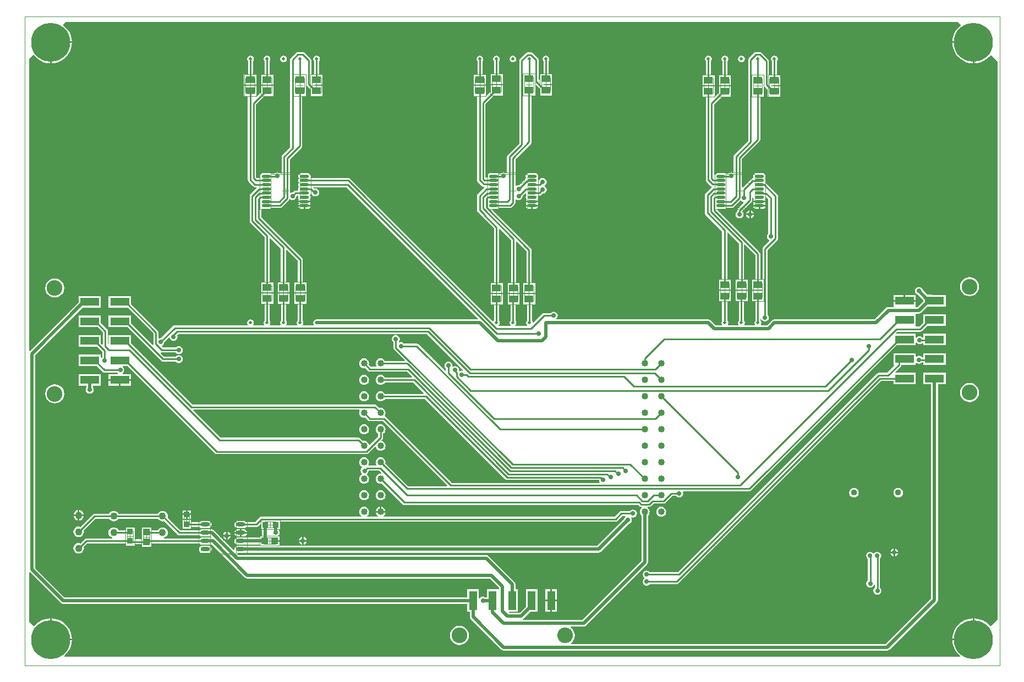
<source format=gbl>
G04*
G04 #@! TF.GenerationSoftware,Altium Limited,Altium Designer,19.1.8 (144)*
G04*
G04 Layer_Physical_Order=2*
G04 Layer_Color=16711680*
%FSLAX25Y25*%
%MOIN*%
G70*
G01*
G75*
%ADD10C,0.01000*%
%ADD13C,0.00394*%
%ADD14R,0.40158X0.15945*%
%ADD15C,0.00197*%
%ADD26C,0.01968*%
%ADD27C,0.04016*%
%ADD28C,0.01968*%
%ADD29C,0.02756*%
%ADD30C,0.09488*%
%ADD31C,0.23622*%
%ADD32C,0.03740*%
%ADD33R,0.11496X0.05000*%
%ADD34C,0.04331*%
%ADD35R,0.05000X0.11496*%
%ADD36R,0.05512X0.04331*%
%ADD37O,0.05709X0.02362*%
%ADD38O,0.05512X0.01772*%
%ADD39R,0.03543X0.03740*%
%ADD40R,0.03937X0.04134*%
%ADD41R,0.03347X0.03543*%
%ADD42R,0.03543X0.03347*%
%ADD43R,0.04134X0.03937*%
G36*
X664961Y699213D02*
X666549Y697625D01*
X666529Y697125D01*
X665323Y696095D01*
X664013Y694561D01*
X662959Y692842D01*
X662188Y690979D01*
X661717Y689018D01*
X661598Y687508D01*
X674409D01*
Y687008D01*
X674909D01*
Y674197D01*
X676420Y674315D01*
X678380Y674786D01*
X680243Y675558D01*
X681963Y676612D01*
X683496Y677921D01*
X684526Y679127D01*
X685026Y679147D01*
X688976Y675197D01*
X688976Y337008D01*
X684845Y332876D01*
X684345Y332896D01*
X683496Y333890D01*
X681963Y335199D01*
X680243Y336253D01*
X678380Y337025D01*
X676420Y337496D01*
X674909Y337614D01*
Y324803D01*
X674409D01*
Y324303D01*
X661598D01*
X661717Y322793D01*
X662188Y320832D01*
X662959Y318969D01*
X664013Y317250D01*
X665323Y315716D01*
X666140Y315019D01*
X666167Y314430D01*
X665917Y314173D01*
X124016Y314173D01*
X123640Y314549D01*
X123659Y315049D01*
X124441Y315716D01*
X125751Y317250D01*
X126804Y318969D01*
X127576Y320832D01*
X128047Y322793D01*
X128166Y324303D01*
X115354D01*
Y324803D01*
X114854D01*
Y337614D01*
X113344Y337496D01*
X111383Y337025D01*
X109520Y336253D01*
X107801Y335199D01*
X106268Y333890D01*
X105600Y333108D01*
X105100Y333089D01*
X102362Y335827D01*
Y365329D01*
X102862Y365536D01*
X121404Y346995D01*
X122060Y346556D01*
X122835Y346402D01*
X367661Y346402D01*
Y341677D01*
X369138D01*
Y338681D01*
X369292Y337907D01*
X369731Y337250D01*
X388333Y318648D01*
X388990Y318210D01*
X389764Y318056D01*
X622047D01*
X622822Y318210D01*
X623478Y318648D01*
X652218Y347388D01*
X652657Y348045D01*
X652810Y348819D01*
X652810Y479571D01*
X657535D01*
Y486571D01*
X644039D01*
Y479571D01*
X648764D01*
X648764Y349657D01*
X621209Y322102D01*
X430636D01*
X430467Y322602D01*
X431203Y323167D01*
X432124Y324367D01*
X432702Y325764D01*
X432900Y327264D01*
X432702Y328763D01*
X432124Y330161D01*
X431203Y331361D01*
X430210Y332123D01*
X430380Y332623D01*
X438189D01*
X438963Y332776D01*
X439619Y333215D01*
X476627Y370223D01*
X477066Y370879D01*
X477220Y371654D01*
Y400044D01*
X477342Y400138D01*
X477824Y400767D01*
X478127Y401498D01*
X478231Y402283D01*
X478127Y403069D01*
X477824Y403800D01*
X477342Y404429D01*
X476928Y404746D01*
X477098Y405246D01*
X477848D01*
X478434Y405363D01*
X478930Y405694D01*
X480482Y407246D01*
X486650D01*
X487235Y407363D01*
X487731Y407694D01*
X491894Y411856D01*
X494225D01*
X494349Y411671D01*
X495135Y411146D01*
X496063Y410961D01*
X496991Y411146D01*
X497777Y411671D01*
X498303Y412458D01*
X498488Y413386D01*
X498319Y414234D01*
X498556Y414734D01*
X538705D01*
X539290Y414851D01*
X539786Y415182D01*
X627797Y503193D01*
X639307D01*
Y504749D01*
X639807Y504900D01*
X640018Y504585D01*
X640804Y504059D01*
X641732Y503875D01*
X642660Y504059D01*
X643447Y504585D01*
X643959Y504467D01*
X644039Y504393D01*
Y503193D01*
X657535D01*
Y510193D01*
X644039D01*
Y508206D01*
X643959Y508131D01*
X643447Y508014D01*
X642660Y508539D01*
X641732Y508724D01*
X640804Y508539D01*
X640018Y508014D01*
X639807Y507698D01*
X639307Y507850D01*
Y510193D01*
X627576D01*
X627385Y510655D01*
X628193Y511463D01*
X642126D01*
X642711Y511579D01*
X643207Y511911D01*
X646301Y515004D01*
X657535D01*
Y522004D01*
X644039D01*
Y517068D01*
X641493Y514522D01*
X639350D01*
X639307Y515004D01*
X639307D01*
Y522004D01*
X639591Y522386D01*
X641339D01*
X642113Y522540D01*
X642769Y522979D01*
X646605Y526815D01*
X657535D01*
Y533815D01*
X649467D01*
X649272Y533854D01*
X646566D01*
X643655Y536765D01*
X643579Y537148D01*
X643053Y537935D01*
X642266Y538460D01*
X641339Y538645D01*
X640411Y538460D01*
X639624Y537935D01*
X639099Y537148D01*
X638914Y536221D01*
X639099Y535293D01*
X639624Y534506D01*
X640411Y533981D01*
X640794Y533904D01*
X644039Y530659D01*
Y529971D01*
X640501Y526433D01*
X639591D01*
X639307Y526815D01*
X639307Y526933D01*
Y529815D01*
X632559D01*
X625811D01*
Y526933D01*
X625811Y526815D01*
X625527Y526433D01*
X622835D01*
X622060Y526279D01*
X621404Y525840D01*
X614516Y518952D01*
X553780D01*
X553005Y518798D01*
X552349Y518360D01*
X549398Y515409D01*
X545752D01*
X545484Y515909D01*
X545649Y516155D01*
X545803Y516929D01*
X545649Y517703D01*
X545230Y518330D01*
Y519410D01*
X545730Y519459D01*
X545791Y519151D01*
X546317Y518364D01*
X547104Y517839D01*
X548032Y517654D01*
X548959Y517839D01*
X549746Y518364D01*
X550272Y519151D01*
X550456Y520079D01*
X550272Y521007D01*
X549746Y521793D01*
X549561Y521917D01*
Y561045D01*
X555534Y567018D01*
X555866Y567514D01*
X555982Y568099D01*
Y593606D01*
X555866Y594192D01*
X555534Y594688D01*
X548625Y601597D01*
X548415Y601737D01*
X548246Y602361D01*
X548256Y602399D01*
X548331Y602512D01*
X548478Y603248D01*
X548331Y603984D01*
X547968Y604528D01*
X548331Y605071D01*
X548478Y605807D01*
X548331Y606543D01*
X547915Y607167D01*
X547291Y607584D01*
X546555Y607730D01*
X542815D01*
X542079Y607584D01*
X541455Y607167D01*
X541039Y606543D01*
X540892Y605807D01*
X541032Y605104D01*
X541029Y604995D01*
X540820Y604604D01*
X540682D01*
X540097Y604488D01*
X539601Y604156D01*
X534585Y599140D01*
X534085Y599347D01*
Y616347D01*
X544782Y627044D01*
X545114Y627541D01*
X545230Y628126D01*
Y654020D01*
X547457D01*
Y659811D01*
X547957Y660018D01*
X549787Y658187D01*
Y654020D01*
X557299D01*
Y660350D01*
X552354D01*
X552315Y660409D01*
X552582Y660910D01*
X557299D01*
Y667240D01*
X555309D01*
Y675646D01*
X555649Y676155D01*
X555803Y676929D01*
X555649Y677703D01*
X555210Y678360D01*
X554554Y678798D01*
X553780Y678952D01*
X553005Y678798D01*
X552349Y678360D01*
X551910Y677703D01*
X551756Y676929D01*
X551910Y676155D01*
X552250Y675646D01*
Y667240D01*
X550348D01*
Y675591D01*
X550232Y676176D01*
X549900Y676672D01*
X545963Y680609D01*
X545467Y680940D01*
X544882Y681057D01*
X542520D01*
X541934Y680940D01*
X541438Y680609D01*
X538289Y677459D01*
X537957Y676963D01*
X537841Y676378D01*
Y627257D01*
X529474Y618890D01*
X529142Y618394D01*
X529026Y617809D01*
Y608316D01*
X528585Y608080D01*
X528487Y608146D01*
X527559Y608330D01*
X526631Y608146D01*
X525845Y607620D01*
X525655Y607337D01*
X524432D01*
X524063Y607584D01*
X523327Y607730D01*
X519587D01*
X518851Y607584D01*
X518227Y607167D01*
X517810Y606543D01*
X517809Y606536D01*
X517309Y606586D01*
Y649300D01*
X522029Y654020D01*
X527378D01*
Y660350D01*
X519866D01*
Y656183D01*
X518035Y654352D01*
X517535Y654559D01*
Y660350D01*
X510024D01*
Y654020D01*
X512250D01*
Y603543D01*
X512367Y602958D01*
X512698Y602462D01*
X515379Y599781D01*
X515682Y599579D01*
X515745Y599202D01*
X515741Y599034D01*
X515727Y598993D01*
X512119Y595385D01*
X511788Y594888D01*
X511671Y594303D01*
Y583505D01*
X511788Y582919D01*
X512119Y582423D01*
X522093Y572450D01*
Y543224D01*
X519866D01*
Y536894D01*
X527378D01*
Y543224D01*
X525151D01*
Y571566D01*
X525613Y571758D01*
X532329Y565042D01*
Y543224D01*
X530102D01*
Y536894D01*
X537614D01*
Y543224D01*
X535388D01*
Y564158D01*
X535850Y564350D01*
X542171Y558028D01*
Y543224D01*
X539945D01*
Y536894D01*
X546502D01*
Y536335D01*
X539945D01*
Y530004D01*
X542171D01*
Y518094D01*
X541910Y517703D01*
X541756Y516929D01*
X541910Y516155D01*
X542075Y515909D01*
X541808Y515409D01*
X535752D01*
X535484Y515909D01*
X535649Y516155D01*
X535803Y516929D01*
X535649Y517703D01*
X535309Y518212D01*
Y530004D01*
X537614D01*
Y536335D01*
X530102D01*
Y530004D01*
X532250D01*
Y518212D01*
X531910Y517703D01*
X531756Y516929D01*
X531910Y516155D01*
X532075Y515909D01*
X531808Y515409D01*
X525752D01*
X525484Y515909D01*
X525649Y516155D01*
X525803Y516929D01*
X525649Y517703D01*
X525210Y518360D01*
X525151Y518399D01*
Y530004D01*
X527378D01*
Y536335D01*
X519866D01*
Y530004D01*
X522093D01*
Y517976D01*
X521910Y517703D01*
X521756Y516929D01*
X521910Y516155D01*
X522075Y515909D01*
X521807Y515409D01*
X518161D01*
X515210Y518360D01*
X514554Y518798D01*
X513779Y518952D01*
X421805D01*
X421654Y519452D01*
X421793Y519545D01*
X422319Y520332D01*
X422503Y521260D01*
X422319Y522188D01*
X421793Y522974D01*
X421007Y523500D01*
X420079Y523684D01*
X419151Y523500D01*
X418364Y522974D01*
X418241Y522789D01*
X414173D01*
X413588Y522673D01*
X413092Y522341D01*
X407853Y517102D01*
X407310Y517267D01*
X407224Y517703D01*
X406884Y518212D01*
Y528035D01*
X408874D01*
Y534366D01*
X401362D01*
Y528035D01*
X403825D01*
Y518212D01*
X403485Y517703D01*
X403331Y516929D01*
X403485Y516155D01*
X403924Y515499D01*
X404085Y515391D01*
X403933Y514891D01*
X396775D01*
X396624Y515391D01*
X396785Y515499D01*
X397223Y516155D01*
X397377Y516929D01*
X397223Y517703D01*
X396884Y518212D01*
Y528035D01*
X399425D01*
Y534366D01*
X391913D01*
Y528035D01*
X393825D01*
Y518212D01*
X393485Y517703D01*
X393331Y516929D01*
X393485Y516155D01*
X393924Y515499D01*
X394085Y515391D01*
X393933Y514891D01*
X386775D01*
X386624Y515391D01*
X386785Y515499D01*
X387224Y516155D01*
X387377Y516929D01*
X387224Y517703D01*
X386884Y518212D01*
Y528035D01*
X389189D01*
Y534366D01*
X381677D01*
Y528035D01*
X383825D01*
Y518212D01*
X383666Y517974D01*
X383050Y517883D01*
X296604Y604329D01*
X296108Y604661D01*
X295522Y604777D01*
X273100D01*
X272782Y605277D01*
X272887Y605807D01*
X272741Y606543D01*
X272324Y607167D01*
X271700Y607584D01*
X270965Y607730D01*
X267224D01*
X266489Y607584D01*
X265865Y607167D01*
X265448Y606543D01*
X265302Y605807D01*
X265448Y605071D01*
X265811Y604528D01*
X265448Y603984D01*
X265302Y603248D01*
X265448Y602512D01*
X265811Y601968D01*
X265448Y601425D01*
X265302Y600689D01*
X265448Y599953D01*
X265811Y599409D01*
X265448Y598866D01*
X265302Y598130D01*
X265407Y597600D01*
X265089Y597100D01*
X263681D01*
X263096Y596984D01*
X262600Y596652D01*
X262029Y596082D01*
X261811Y596125D01*
X260883Y595941D01*
X260663Y595794D01*
X260222Y596030D01*
Y616107D01*
X267223Y623107D01*
X267555Y623604D01*
X267671Y624189D01*
Y654413D01*
X269898D01*
Y660709D01*
X269910Y660721D01*
X270556Y660655D01*
X270572Y660631D01*
X272622Y658581D01*
Y654413D01*
X280134D01*
Y660744D01*
X275189D01*
X275149Y660803D01*
X275417Y661303D01*
X280134D01*
Y667634D01*
X277907D01*
Y675646D01*
X278247Y676155D01*
X278401Y676929D01*
X278247Y677703D01*
X277808Y678360D01*
X277152Y678798D01*
X276378Y678952D01*
X275604Y678798D01*
X274947Y678360D01*
X274509Y677703D01*
X274355Y676929D01*
X274509Y676155D01*
X274849Y675646D01*
Y667634D01*
X273183D01*
Y675984D01*
X273066Y676570D01*
X272735Y677066D01*
X269192Y680609D01*
X268695Y680940D01*
X268110Y681057D01*
X264961D01*
X264375Y680940D01*
X263879Y680609D01*
X260730Y677459D01*
X260398Y676963D01*
X260282Y676378D01*
Y623320D01*
X255611Y618650D01*
X255280Y618154D01*
X255164Y617569D01*
Y607482D01*
X254663Y607331D01*
X254470Y607620D01*
X253684Y608146D01*
X252756Y608330D01*
X251828Y608146D01*
X251042Y607620D01*
X250852Y607337D01*
X248842D01*
X248472Y607584D01*
X247736Y607730D01*
X243996D01*
X243260Y607584D01*
X242636Y607167D01*
X242220Y606543D01*
X242073Y605807D01*
X242179Y605277D01*
X241860Y604777D01*
X240299D01*
X239750Y605326D01*
Y649300D01*
X244864Y654413D01*
X250213D01*
Y660744D01*
X242701D01*
Y656576D01*
X240433Y654308D01*
X239976Y654559D01*
Y660744D01*
X232465D01*
Y654413D01*
X234691D01*
Y603543D01*
X234807Y602958D01*
X235139Y602462D01*
X237993Y599608D01*
X238490Y599276D01*
X239075Y599160D01*
X239845D01*
X240053Y598660D01*
X236257Y594864D01*
X235926Y594368D01*
X235809Y593783D01*
Y578658D01*
X235926Y578073D01*
X236257Y577577D01*
X244927Y568906D01*
Y541650D01*
X242701D01*
Y535319D01*
X250213D01*
Y541650D01*
X247986D01*
Y568023D01*
X248448Y568214D01*
X254770Y561892D01*
Y541650D01*
X252543D01*
Y535319D01*
X260055D01*
Y541650D01*
X257829D01*
Y561009D01*
X258291Y561200D01*
X265006Y554485D01*
Y541650D01*
X262779D01*
Y535319D01*
X270291D01*
Y541650D01*
X268065D01*
Y555118D01*
X267948Y555703D01*
X267617Y556200D01*
X242868Y580948D01*
Y585824D01*
X243368Y586096D01*
X243996Y585971D01*
X247736D01*
X248472Y586117D01*
X249096Y586534D01*
X249098Y586538D01*
X254281D01*
X254866Y586654D01*
X255363Y586985D01*
X259774Y591397D01*
X260106Y591893D01*
X260186Y591927D01*
X260883Y591461D01*
X261811Y591276D01*
X262739Y591461D01*
X263525Y591986D01*
X264051Y592773D01*
X264236Y593701D01*
X264625Y594009D01*
X265145Y593953D01*
X265407Y593541D01*
X265302Y593012D01*
X265448Y592276D01*
X265811Y591732D01*
X265448Y591189D01*
X265401Y590953D01*
X269094D01*
X272788D01*
X272741Y591189D01*
X272378Y591732D01*
X272741Y592276D01*
X272887Y593012D01*
X272741Y593748D01*
X272378Y594291D01*
X272741Y594835D01*
X272821Y595236D01*
X273330Y595236D01*
X273351Y595135D01*
X273876Y594349D01*
X274663Y593823D01*
X275590Y593639D01*
X276518Y593823D01*
X277305Y594349D01*
X277831Y595135D01*
X278015Y596063D01*
X277831Y596991D01*
X277305Y597777D01*
X276518Y598303D01*
X275590Y598488D01*
X274872Y598345D01*
X274519Y598698D01*
X274711Y599160D01*
X294619D01*
X374365Y519414D01*
X374173Y518952D01*
X276378D01*
X275604Y518798D01*
X274947Y518360D01*
X274509Y517703D01*
X274355Y516929D01*
X274509Y516155D01*
X274740Y515809D01*
X274473Y515309D01*
X268283D01*
X268016Y515809D01*
X268247Y516155D01*
X268401Y516929D01*
X268247Y517703D01*
X267907Y518212D01*
Y528429D01*
X270291D01*
Y534760D01*
X262779D01*
Y528429D01*
X264849D01*
Y518212D01*
X264509Y517703D01*
X264355Y516929D01*
X264509Y516155D01*
X264740Y515809D01*
X264473Y515309D01*
X258283D01*
X258016Y515809D01*
X258247Y516155D01*
X258401Y516929D01*
X258247Y517703D01*
X257907Y518212D01*
Y528429D01*
X260055D01*
Y534760D01*
X252543D01*
Y528429D01*
X254849D01*
Y518212D01*
X254509Y517703D01*
X254355Y516929D01*
X254509Y516155D01*
X254740Y515809D01*
X254473Y515309D01*
X248283D01*
X248016Y515809D01*
X248247Y516155D01*
X248401Y516929D01*
X248247Y517703D01*
X247907Y518212D01*
Y528429D01*
X250213D01*
Y534760D01*
X242701D01*
Y528429D01*
X244849D01*
Y518212D01*
X244509Y517703D01*
X244355Y516929D01*
X244509Y516155D01*
X244740Y515809D01*
X244473Y515309D01*
X238283D01*
X238016Y515809D01*
X238247Y516155D01*
X238401Y516929D01*
X238247Y517703D01*
X237808Y518360D01*
X237152Y518798D01*
X236378Y518952D01*
X235604Y518798D01*
X234947Y518360D01*
X234509Y517703D01*
X234355Y516929D01*
X234509Y516155D01*
X234740Y515809D01*
X234473Y515309D01*
X190485D01*
X189899Y515193D01*
X189403Y514861D01*
X182108Y507566D01*
X181890Y507609D01*
X181041Y507440D01*
X180541Y507677D01*
Y511146D01*
X180425Y511731D01*
X180093Y512227D01*
X163953Y528368D01*
Y533028D01*
X150457D01*
Y526028D01*
X161967D01*
X177482Y510512D01*
Y503993D01*
X177547Y503670D01*
X177086Y503424D01*
X163953Y516557D01*
Y521216D01*
X150457D01*
Y514217D01*
X161967D01*
X182383Y493800D01*
X182879Y493469D01*
X183465Y493353D01*
X191075D01*
X191199Y493167D01*
X191986Y492642D01*
X192913Y492457D01*
X193841Y492642D01*
X194628Y493167D01*
X195153Y493954D01*
X195338Y494882D01*
X195153Y495810D01*
X194628Y496596D01*
X193841Y497122D01*
X192913Y497306D01*
X191986Y497122D01*
X191199Y496596D01*
X191075Y496411D01*
X184098D01*
X182042Y498468D01*
X182288Y498928D01*
X182611Y498864D01*
X191075D01*
X191199Y498679D01*
X191986Y498154D01*
X192913Y497969D01*
X193841Y498154D01*
X194628Y498679D01*
X195153Y499466D01*
X195338Y500394D01*
X195153Y501322D01*
X194628Y502108D01*
X193841Y502634D01*
X192913Y502818D01*
X191986Y502634D01*
X191199Y502108D01*
X191075Y501923D01*
X183244D01*
X182699Y502468D01*
X182885Y502989D01*
X183604Y503470D01*
X184130Y504257D01*
X184314Y505185D01*
X184271Y505403D01*
X186880Y508012D01*
X187422Y507847D01*
X187523Y507339D01*
X188049Y506552D01*
X188836Y506027D01*
X189763Y505842D01*
X190691Y506027D01*
X191478Y506552D01*
X192003Y507339D01*
X192188Y508267D01*
X192003Y509195D01*
X191871Y509393D01*
X192511Y510033D01*
X343244D01*
X365092Y488185D01*
X364845Y487724D01*
X364173Y487858D01*
X363245Y487673D01*
X363041Y487536D01*
X362591Y487837D01*
X362661Y488189D01*
X362476Y489117D01*
X361951Y489903D01*
X361164Y490429D01*
X360236Y490614D01*
X359308Y490429D01*
X359104Y490292D01*
X358654Y490593D01*
X358724Y490945D01*
X358539Y491873D01*
X358014Y492659D01*
X357227Y493185D01*
X356299Y493369D01*
X355371Y493185D01*
X354585Y492659D01*
X354059Y491873D01*
X353875Y490945D01*
X354059Y490017D01*
X354585Y489230D01*
X354770Y489107D01*
Y487926D01*
X354308Y487734D01*
X338205Y503837D01*
X337709Y504169D01*
X337123Y504285D01*
X329397D01*
X329274Y504470D01*
X328487Y504996D01*
X327559Y505181D01*
X326720Y505014D01*
X326379Y505192D01*
X326215Y505319D01*
X326202Y505490D01*
X326649Y506159D01*
X326834Y507087D01*
X326649Y508014D01*
X326124Y508801D01*
X325337Y509327D01*
X324410Y509511D01*
X323482Y509327D01*
X322695Y508801D01*
X322169Y508014D01*
X321985Y507087D01*
X322169Y506159D01*
X322695Y505372D01*
X322880Y505249D01*
Y501835D01*
X322996Y501250D01*
X323328Y500754D01*
X329807Y494275D01*
X329616Y493813D01*
X317815D01*
X317342Y494429D01*
X316714Y494911D01*
X315982Y495214D01*
X315197Y495317D01*
X314412Y495214D01*
X313680Y494911D01*
X313052Y494429D01*
X312569Y493800D01*
X312266Y493069D01*
X312163Y492283D01*
X312266Y491498D01*
X312554Y490805D01*
X312426Y490442D01*
X312358Y490305D01*
X309338D01*
X308129Y491514D01*
X308231Y492283D01*
X308127Y493069D01*
X307824Y493800D01*
X307342Y494429D01*
X306714Y494911D01*
X305982Y495214D01*
X305197Y495317D01*
X304412Y495214D01*
X303680Y494911D01*
X303052Y494429D01*
X302570Y493800D01*
X302266Y493069D01*
X302163Y492283D01*
X302266Y491498D01*
X302570Y490767D01*
X303052Y490138D01*
X303680Y489656D01*
X304412Y489353D01*
X305197Y489250D01*
X305966Y489351D01*
X307623Y487694D01*
X308120Y487363D01*
X308705Y487246D01*
X331179D01*
X334150Y484275D01*
X333959Y483813D01*
X317815D01*
X317342Y484429D01*
X316714Y484911D01*
X315982Y485214D01*
X315197Y485317D01*
X314412Y485214D01*
X313680Y484911D01*
X313052Y484429D01*
X312569Y483800D01*
X312266Y483069D01*
X312163Y482283D01*
X312266Y481498D01*
X312569Y480767D01*
X313052Y480138D01*
X313680Y479656D01*
X314412Y479353D01*
X315197Y479250D01*
X315982Y479353D01*
X316714Y479656D01*
X317342Y480138D01*
X317815Y480754D01*
X334843D01*
X341322Y474275D01*
X341131Y473813D01*
X317815D01*
X317342Y474429D01*
X316714Y474911D01*
X315982Y475214D01*
X315197Y475317D01*
X314412Y475214D01*
X313680Y474911D01*
X313052Y474429D01*
X312569Y473800D01*
X312266Y473069D01*
X312163Y472284D01*
X312266Y471498D01*
X312569Y470767D01*
X313052Y470138D01*
X313680Y469656D01*
X314412Y469353D01*
X315197Y469250D01*
X315982Y469353D01*
X316714Y469656D01*
X317342Y470138D01*
X317815Y470754D01*
X342014D01*
X390747Y422021D01*
X391244Y421689D01*
X391829Y421573D01*
X447524D01*
X447608Y421489D01*
X447760Y420726D01*
X448049Y420293D01*
X447782Y419793D01*
X358354D01*
X318290Y459857D01*
X317937Y460093D01*
X317749Y460669D01*
X317824Y460767D01*
X318127Y461498D01*
X318231Y462284D01*
X318127Y463069D01*
X317824Y463800D01*
X317342Y464429D01*
X316714Y464911D01*
X315982Y465214D01*
X315197Y465317D01*
X314427Y465216D01*
X312770Y466873D01*
X312274Y467204D01*
X311689Y467321D01*
X201200D01*
X163953Y504568D01*
Y509406D01*
X150457D01*
Y504140D01*
X149957Y503872D01*
X149955Y503874D01*
Y511811D01*
X149838Y512396D01*
X149507Y512892D01*
X145724Y516675D01*
Y521216D01*
X132228D01*
Y514217D01*
X143857D01*
X146896Y511177D01*
Y503952D01*
X146434Y503760D01*
X145724Y504470D01*
Y509406D01*
X132228D01*
Y502406D01*
X143463D01*
X146502Y499367D01*
Y496040D01*
X146220Y495811D01*
X145724Y495996D01*
Y497594D01*
X132228D01*
Y490594D01*
X143463D01*
X146950Y487108D01*
X147446Y486776D01*
X148031Y486660D01*
X155642D01*
X155766Y486475D01*
X156052Y486283D01*
X155900Y485783D01*
X150457D01*
Y482784D01*
X163953D01*
Y485783D01*
X159060D01*
X158909Y486283D01*
X159195Y486475D01*
X159720Y487261D01*
X159905Y488189D01*
X159720Y489117D01*
X159195Y489903D01*
X158909Y490095D01*
X159060Y490594D01*
X161967D01*
X214867Y437694D01*
X215364Y437363D01*
X215949Y437246D01*
X306650D01*
X307235Y437363D01*
X307731Y437694D01*
X311782Y441745D01*
X312255Y441584D01*
X312266Y441498D01*
X312569Y440767D01*
X313052Y440138D01*
X313680Y439656D01*
X314412Y439353D01*
X315197Y439250D01*
X315982Y439353D01*
X316714Y439656D01*
X317342Y440138D01*
X317824Y440767D01*
X318127Y441498D01*
X318231Y442283D01*
X318127Y443069D01*
X317824Y443800D01*
X317342Y444429D01*
X316714Y444911D01*
X315982Y445214D01*
X315897Y445225D01*
X315736Y445699D01*
X316278Y446241D01*
X316610Y446737D01*
X316726Y447323D01*
Y449666D01*
X317342Y450138D01*
X317824Y450767D01*
X318127Y451498D01*
X318231Y452283D01*
X318127Y453069D01*
X317824Y453800D01*
X317342Y454429D01*
X316714Y454911D01*
X315982Y455214D01*
X315197Y455317D01*
X314412Y455214D01*
X313680Y454911D01*
X313052Y454429D01*
X312569Y453800D01*
X312266Y453069D01*
X312163Y452283D01*
X312266Y451498D01*
X312569Y450767D01*
X313052Y450138D01*
X313667Y449666D01*
Y447956D01*
X308603Y442892D01*
X308459Y442941D01*
X308111Y443107D01*
X307824Y443800D01*
X307342Y444429D01*
X306714Y444911D01*
X305982Y445214D01*
X305197Y445317D01*
X304427Y445216D01*
X302892Y446751D01*
X302396Y447082D01*
X301811Y447199D01*
X218350D01*
X201749Y463800D01*
X201940Y464262D01*
X302358D01*
X302426Y464125D01*
X302554Y463762D01*
X302266Y463069D01*
X302163Y462284D01*
X302266Y461498D01*
X302570Y460767D01*
X303052Y460138D01*
X303680Y459656D01*
X304412Y459353D01*
X305197Y459250D01*
X305966Y459351D01*
X307623Y457694D01*
X308120Y457363D01*
X308705Y457246D01*
X316576D01*
X355567Y418255D01*
X355375Y417793D01*
X331850D01*
X318129Y431514D01*
X318231Y432283D01*
X318127Y433069D01*
X317824Y433800D01*
X317342Y434429D01*
X316714Y434911D01*
X315982Y435214D01*
X315197Y435317D01*
X314412Y435214D01*
X313680Y434911D01*
X313052Y434429D01*
X312569Y433800D01*
X312266Y433069D01*
X312163Y432283D01*
X312266Y431498D01*
X312569Y430767D01*
X312607Y430718D01*
X312386Y430269D01*
X308008D01*
X307787Y430718D01*
X307824Y430767D01*
X308127Y431498D01*
X308231Y432283D01*
X308127Y433069D01*
X307824Y433800D01*
X307342Y434429D01*
X306714Y434911D01*
X305982Y435214D01*
X305197Y435317D01*
X304412Y435214D01*
X303680Y434911D01*
X303052Y434429D01*
X302570Y433800D01*
X302266Y433069D01*
X302163Y432283D01*
X302266Y431498D01*
X302570Y430767D01*
X303052Y430138D01*
X303680Y429656D01*
X303914Y429559D01*
X303970Y428995D01*
X303797Y428880D01*
X303272Y428093D01*
X303087Y427165D01*
X303272Y426237D01*
X303771Y425490D01*
X303803Y425363D01*
X303762Y424945D01*
X303680Y424911D01*
X303052Y424429D01*
X302570Y423800D01*
X302266Y423069D01*
X302163Y422284D01*
X302266Y421498D01*
X302570Y420767D01*
X303052Y420138D01*
X303680Y419656D01*
X304412Y419353D01*
X305197Y419250D01*
X305982Y419353D01*
X306714Y419656D01*
X307342Y420138D01*
X307824Y420767D01*
X308127Y421498D01*
X308231Y422284D01*
X308127Y423069D01*
X307824Y423800D01*
X307342Y424429D01*
X306995Y424695D01*
X307013Y425309D01*
X307226Y425451D01*
X307752Y426237D01*
X307936Y427165D01*
X307974Y427211D01*
X314327D01*
X315795Y425743D01*
X315562Y425269D01*
X315197Y425317D01*
X314412Y425214D01*
X313680Y424911D01*
X313052Y424429D01*
X312569Y423800D01*
X312266Y423069D01*
X312163Y422284D01*
X312266Y421498D01*
X312569Y420767D01*
X313052Y420138D01*
X313680Y419656D01*
X314412Y419353D01*
X315197Y419250D01*
X315967Y419351D01*
X328525Y406793D01*
X329021Y406461D01*
X329606Y406345D01*
X471183D01*
X471834Y405694D01*
X472330Y405363D01*
X472915Y405246D01*
X473296D01*
X473465Y404746D01*
X473052Y404429D01*
X472570Y403800D01*
X472266Y403069D01*
X472163Y402283D01*
X472266Y401498D01*
X472570Y400767D01*
X473052Y400138D01*
X473174Y400044D01*
Y372492D01*
X437351Y336669D01*
X401343D01*
X401325Y336715D01*
X401260Y337169D01*
X401824Y337546D01*
X405956Y341677D01*
X410291D01*
Y355173D01*
X403291D01*
Y344735D01*
X399556Y341000D01*
X393186D01*
X393052Y341177D01*
X393301Y341677D01*
X398382D01*
Y355173D01*
X396905D01*
Y358268D01*
X396751Y359042D01*
X396312Y359698D01*
X380564Y375446D01*
X379908Y375885D01*
X379134Y376039D01*
X229185D01*
X228377Y376847D01*
X228623Y377307D01*
X228740Y377284D01*
X232087D01*
X232938Y377453D01*
X232985Y377485D01*
X447224D01*
X447999Y377639D01*
X448655Y378077D01*
X465506Y394928D01*
X465889Y395004D01*
X466675Y395530D01*
X467201Y396316D01*
X467385Y397244D01*
X467201Y398172D01*
X466974Y398512D01*
X467018Y398602D01*
X467304Y398917D01*
X468110Y398757D01*
X469038Y398941D01*
X469825Y399467D01*
X470350Y400253D01*
X470535Y401181D01*
X470350Y402109D01*
X469825Y402895D01*
X469038Y403421D01*
X468110Y403606D01*
X467182Y403421D01*
X466396Y402895D01*
X466272Y402710D01*
X461024D01*
X460438Y402594D01*
X459942Y402262D01*
X456969Y399289D01*
X317057D01*
X316887Y399789D01*
X317342Y400138D01*
X317824Y400767D01*
X318127Y401498D01*
X318165Y401783D01*
X315197D01*
X312229D01*
X312266Y401498D01*
X312569Y400767D01*
X313052Y400138D01*
X313506Y399789D01*
X313337Y399289D01*
X307057D01*
X306887Y399789D01*
X307342Y400138D01*
X307824Y400767D01*
X308127Y401498D01*
X308231Y402283D01*
X308127Y403069D01*
X307824Y403800D01*
X307342Y404429D01*
X306714Y404911D01*
X305982Y405214D01*
X305197Y405317D01*
X304412Y405214D01*
X303680Y404911D01*
X303052Y404429D01*
X302570Y403800D01*
X302266Y403069D01*
X302163Y402283D01*
X302266Y401498D01*
X302570Y400767D01*
X303052Y400138D01*
X303506Y399789D01*
X303337Y399289D01*
X243079D01*
X242494Y399173D01*
X241998Y398841D01*
X239194Y396037D01*
X233688D01*
X233659Y396080D01*
X232938Y396562D01*
X232087Y396732D01*
X228740D01*
X227889Y396562D01*
X227168Y396080D01*
X226686Y395359D01*
X226516Y394508D01*
X226686Y393657D01*
X227168Y392935D01*
X227889Y392453D01*
X228740Y392284D01*
X232087D01*
X232938Y392453D01*
X233659Y392935D01*
X233688Y392979D01*
X239827D01*
X240413Y393095D01*
X240909Y393426D01*
X242239Y394756D01*
X242701Y394565D01*
Y391717D01*
X243351D01*
Y387614D01*
X242012D01*
Y386531D01*
X232985D01*
X232938Y386562D01*
X232087Y386732D01*
X228740D01*
X227889Y386562D01*
X227168Y386080D01*
X226686Y385359D01*
X226516Y384508D01*
X226686Y383657D01*
X227168Y382935D01*
X227889Y382453D01*
X228740Y382284D01*
X232087D01*
X232938Y382453D01*
X232985Y382485D01*
X242012D01*
Y381677D01*
X241572Y381531D01*
X232985D01*
X232938Y381562D01*
X232087Y381732D01*
X228740D01*
X227889Y381562D01*
X227168Y381080D01*
X226686Y380359D01*
X226516Y379508D01*
X226540Y379391D01*
X226079Y379145D01*
X214285Y390938D01*
X213629Y391377D01*
X212854Y391531D01*
X211528D01*
X211481Y391562D01*
X210630Y391732D01*
X207283D01*
X206433Y391562D01*
X205711Y391080D01*
X205682Y391037D01*
X193803D01*
X186127Y398713D01*
X186155Y398780D01*
X186264Y399606D01*
X186155Y400433D01*
X185836Y401203D01*
X185328Y401864D01*
X184667Y402371D01*
X183897Y402690D01*
X183071Y402799D01*
X182245Y402690D01*
X181474Y402371D01*
X180813Y401864D01*
X180306Y401203D01*
X180278Y401136D01*
X156336D01*
X156308Y401203D01*
X155801Y401864D01*
X155140Y402371D01*
X154370Y402690D01*
X153543Y402799D01*
X152717Y402690D01*
X151947Y402371D01*
X151286Y401864D01*
X150778Y401203D01*
X150751Y401136D01*
X141969D01*
X141383Y401019D01*
X140887Y400688D01*
X133344Y393144D01*
X133110Y393241D01*
X132283Y393350D01*
X131457Y393241D01*
X130687Y392922D01*
X130026Y392415D01*
X129519Y391754D01*
X129200Y390984D01*
X129091Y390158D01*
X129200Y389331D01*
X129519Y388561D01*
X130026Y387900D01*
X130687Y387393D01*
X131457Y387074D01*
X132283Y386965D01*
X133110Y387074D01*
X133880Y387393D01*
X134541Y387900D01*
X135048Y388561D01*
X135367Y389331D01*
X135476Y390158D01*
X135384Y390859D01*
X142602Y398077D01*
X150751D01*
X150778Y398010D01*
X151286Y397349D01*
X151947Y396841D01*
X152717Y396522D01*
X153543Y396414D01*
X154370Y396522D01*
X155140Y396841D01*
X155801Y397349D01*
X156308Y398010D01*
X156336Y398077D01*
X180278D01*
X180306Y398010D01*
X180813Y397349D01*
X181474Y396841D01*
X182245Y396522D01*
X183071Y396414D01*
X183897Y396522D01*
X183964Y396550D01*
X192088Y388426D01*
X192584Y388095D01*
X193169Y387979D01*
X205682D01*
X205711Y387935D01*
X206433Y387453D01*
X207283Y387284D01*
X210630D01*
X211481Y387453D01*
X211528Y387485D01*
X212016D01*
X212508Y386993D01*
X212317Y386531D01*
X211528D01*
X211481Y386562D01*
X210630Y386732D01*
X207283D01*
X206433Y386562D01*
X205711Y386080D01*
X205682Y386037D01*
X183981D01*
X183897Y386522D01*
X184667Y386841D01*
X185328Y387349D01*
X185836Y388010D01*
X186155Y388780D01*
X186264Y389606D01*
X186155Y390433D01*
X185836Y391203D01*
X185328Y391864D01*
X184667Y392371D01*
X183897Y392690D01*
X183071Y392799D01*
X182245Y392690D01*
X181474Y392371D01*
X180813Y391864D01*
X180306Y391203D01*
X180278Y391136D01*
X176197D01*
Y392929D01*
X170260D01*
Y386795D01*
Y385683D01*
X166157D01*
Y387386D01*
Y393126D01*
X160614D01*
Y391136D01*
X156336D01*
X156308Y391203D01*
X155801Y391864D01*
X155140Y392371D01*
X154370Y392690D01*
X153543Y392799D01*
X152717Y392690D01*
X151947Y392371D01*
X151286Y391864D01*
X150778Y391203D01*
X150459Y390433D01*
X150351Y389606D01*
X150459Y388780D01*
X150778Y388010D01*
X151286Y387349D01*
X151947Y386841D01*
X152586Y386577D01*
X152487Y386077D01*
X136909D01*
X136324Y385960D01*
X135828Y385629D01*
X133344Y383144D01*
X133110Y383241D01*
X132283Y383350D01*
X131457Y383241D01*
X130687Y382922D01*
X130026Y382415D01*
X129519Y381754D01*
X129200Y380984D01*
X129091Y380157D01*
X129200Y379331D01*
X129519Y378561D01*
X130026Y377900D01*
X130687Y377393D01*
X131457Y377074D01*
X132283Y376965D01*
X133110Y377074D01*
X133880Y377393D01*
X134541Y377900D01*
X135048Y378561D01*
X135367Y379331D01*
X135476Y380157D01*
X135384Y380859D01*
X137543Y383018D01*
X160614D01*
Y381677D01*
X166157D01*
Y382624D01*
X170260D01*
Y381087D01*
X176197D01*
Y382979D01*
X205682D01*
X205711Y382935D01*
X206433Y382453D01*
X207283Y382284D01*
X210630D01*
X211481Y382453D01*
X211528Y382485D01*
X212686D01*
X232821Y362349D01*
X233478Y361910D01*
X234252Y361756D01*
X381446D01*
X386953Y356249D01*
Y355457D01*
X386571Y355173D01*
X386453Y355173D01*
X379571D01*
Y350448D01*
X378418D01*
X378093Y350665D01*
X377165Y350850D01*
X376238Y350665D01*
X375451Y350140D01*
X375161Y349706D01*
X374661Y349858D01*
Y355173D01*
X367661D01*
Y350448D01*
X123673Y350448D01*
X105960Y368161D01*
X105960Y497193D01*
X134794Y526028D01*
X145724D01*
Y533028D01*
X132228D01*
Y529184D01*
X102862Y499818D01*
X102362Y500025D01*
X102362Y677165D01*
X104516Y679319D01*
X105142Y679239D01*
X106268Y677921D01*
X107801Y676612D01*
X109520Y675558D01*
X111383Y674786D01*
X113344Y674315D01*
X114854Y674197D01*
Y687008D01*
X115354D01*
Y687508D01*
X128166D01*
X128047Y689018D01*
X127576Y690979D01*
X126804Y692842D01*
X125751Y694561D01*
X124441Y696095D01*
X123124Y697220D01*
X123043Y697846D01*
X124409Y699213D01*
X664961Y699213D01*
D02*
G37*
G36*
X550045Y591878D02*
Y571129D01*
X549860Y571006D01*
X549335Y570219D01*
X549150Y569291D01*
X549335Y568364D01*
X549860Y567577D01*
X550580Y567096D01*
X550766Y566575D01*
X546950Y562759D01*
X546619Y562263D01*
X546502Y561678D01*
Y543224D01*
X545230D01*
Y558661D01*
X545114Y559247D01*
X544782Y559743D01*
X518934Y585591D01*
X519156Y586005D01*
X519230Y586042D01*
X519587Y585971D01*
X523327D01*
X524063Y586117D01*
X524686Y586534D01*
X524689Y586538D01*
X527903D01*
X528488Y586654D01*
X528985Y586985D01*
X533074Y591075D01*
X533571Y591026D01*
X533719Y590805D01*
X534505Y590280D01*
X534958Y590190D01*
X535122Y589647D01*
X531595Y586120D01*
X531263Y585624D01*
X531147Y585038D01*
Y584514D01*
X530962Y584390D01*
X530436Y583604D01*
X530252Y582676D01*
X530436Y581748D01*
X530962Y580962D01*
X531748Y580436D01*
X532676Y580252D01*
X533604Y580436D01*
X534390Y580962D01*
X534916Y581748D01*
X535101Y582676D01*
X534916Y583604D01*
X534390Y584390D01*
X534373Y584572D01*
X539983Y590182D01*
X540314Y590679D01*
X540431Y591264D01*
Y592768D01*
X540931Y592817D01*
X541039Y592276D01*
X541402Y591732D01*
X541039Y591189D01*
X540992Y590953D01*
X544685D01*
X548378D01*
X548331Y591189D01*
X547968Y591732D01*
X548331Y592276D01*
X548432Y592783D01*
X548958Y592965D01*
X550045Y591878D01*
D02*
G37*
G36*
X463535Y399152D02*
X463246Y398958D01*
X462721Y398172D01*
X462644Y397789D01*
X446386Y381531D01*
X254491D01*
X254051Y381677D01*
Y384146D01*
X250984D01*
Y385146D01*
X254051D01*
Y387614D01*
X253469D01*
X253332Y388114D01*
X253815Y388836D01*
X253999Y389764D01*
X253815Y390692D01*
X253598Y391016D01*
Y391717D01*
X254150D01*
Y396231D01*
X457602D01*
X458188Y396347D01*
X458684Y396678D01*
X461657Y399652D01*
X463384D01*
X463535Y399152D01*
D02*
G37*
%LPC*%
G36*
X533779Y678952D02*
X533005Y678798D01*
X532349Y678360D01*
X531910Y677703D01*
X531756Y676929D01*
X531910Y676155D01*
X532349Y675499D01*
X533005Y675060D01*
X533779Y674906D01*
X534554Y675060D01*
X535210Y675499D01*
X535649Y676155D01*
X535803Y676929D01*
X535649Y677703D01*
X535210Y678360D01*
X534554Y678798D01*
X533779Y678952D01*
D02*
G37*
G36*
X395354D02*
X394580Y678798D01*
X393924Y678360D01*
X393485Y677703D01*
X393331Y676929D01*
X393485Y676155D01*
X393924Y675499D01*
X394580Y675060D01*
X395354Y674906D01*
X396129Y675060D01*
X396785Y675499D01*
X397223Y676155D01*
X397377Y676929D01*
X397223Y677703D01*
X396785Y678360D01*
X396129Y678798D01*
X395354Y678952D01*
D02*
G37*
G36*
X256378D02*
X255604Y678798D01*
X254947Y678360D01*
X254509Y677703D01*
X254355Y676929D01*
X254509Y676155D01*
X254947Y675499D01*
X255604Y675060D01*
X256378Y674906D01*
X257152Y675060D01*
X257808Y675499D01*
X258247Y676155D01*
X258401Y676929D01*
X258247Y677703D01*
X257808Y678360D01*
X257152Y678798D01*
X256378Y678952D01*
D02*
G37*
G36*
X673910Y686508D02*
X661598D01*
X661717Y684998D01*
X662188Y683037D01*
X662959Y681174D01*
X664013Y679455D01*
X665323Y677921D01*
X666856Y676612D01*
X668575Y675558D01*
X670438Y674786D01*
X672399Y674315D01*
X673910Y674197D01*
Y686508D01*
D02*
G37*
G36*
X128166D02*
X115854D01*
Y674197D01*
X117365Y674315D01*
X119325Y674786D01*
X121188Y675558D01*
X122908Y676612D01*
X124441Y677921D01*
X125751Y679455D01*
X126804Y681174D01*
X127576Y683037D01*
X128047Y684998D01*
X128166Y686508D01*
D02*
G37*
G36*
X385354Y678952D02*
X384580Y678798D01*
X383924Y678360D01*
X383485Y677703D01*
X383331Y676929D01*
X383485Y676155D01*
X383825Y675646D01*
Y668027D01*
X381677D01*
Y661697D01*
X389189D01*
Y668027D01*
X386884D01*
Y675646D01*
X387224Y676155D01*
X387377Y676929D01*
X387224Y677703D01*
X386785Y678360D01*
X386128Y678798D01*
X385354Y678952D01*
D02*
G37*
G36*
X375354D02*
X374580Y678798D01*
X373924Y678360D01*
X373485Y677703D01*
X373331Y676929D01*
X373485Y676155D01*
X373825Y675646D01*
Y667634D01*
X371441D01*
Y661303D01*
X378953D01*
Y667634D01*
X376884D01*
Y675646D01*
X377223Y676155D01*
X377377Y676929D01*
X377223Y677703D01*
X376785Y678360D01*
X376129Y678798D01*
X375354Y678952D01*
D02*
G37*
G36*
X246378D02*
X245604Y678798D01*
X244947Y678360D01*
X244509Y677703D01*
X244355Y676929D01*
X244509Y676155D01*
X244849Y675646D01*
Y667634D01*
X242701D01*
Y661303D01*
X250213D01*
Y667634D01*
X247907D01*
Y675646D01*
X248247Y676155D01*
X248401Y676929D01*
X248247Y677703D01*
X247809Y678360D01*
X247152Y678798D01*
X246378Y678952D01*
D02*
G37*
G36*
X236378D02*
X235604Y678798D01*
X234947Y678360D01*
X234509Y677703D01*
X234355Y676929D01*
X234509Y676155D01*
X234849Y675646D01*
Y667634D01*
X232465D01*
Y661303D01*
X239976D01*
Y667634D01*
X237907D01*
Y675646D01*
X238247Y676155D01*
X238401Y676929D01*
X238247Y677703D01*
X237808Y678360D01*
X237152Y678798D01*
X236378Y678952D01*
D02*
G37*
G36*
X523779D02*
X523005Y678798D01*
X522349Y678360D01*
X521910Y677703D01*
X521756Y676929D01*
X521910Y676155D01*
X522250Y675646D01*
Y667240D01*
X519866D01*
Y660910D01*
X527378D01*
Y667240D01*
X525309D01*
Y675646D01*
X525649Y676155D01*
X525803Y676929D01*
X525649Y677703D01*
X525210Y678360D01*
X524554Y678798D01*
X523779Y678952D01*
D02*
G37*
G36*
X513779D02*
X513005Y678798D01*
X512349Y678360D01*
X511910Y677703D01*
X511756Y676929D01*
X511910Y676155D01*
X512250Y675646D01*
Y667240D01*
X510024D01*
Y660910D01*
X517535D01*
Y667240D01*
X515309D01*
Y675646D01*
X515649Y676155D01*
X515803Y676929D01*
X515649Y677703D01*
X515210Y678360D01*
X514554Y678798D01*
X513779Y678952D01*
D02*
G37*
G36*
X406413Y680943D02*
X404216D01*
X403631Y680826D01*
X403135Y680495D01*
X399706Y677066D01*
X399374Y676570D01*
X399258Y675984D01*
Y625682D01*
X392194Y618618D01*
X391863Y618122D01*
X391746Y617537D01*
Y608042D01*
X391246Y607775D01*
X390692Y608146D01*
X389764Y608330D01*
X388836Y608146D01*
X388049Y607620D01*
X387860Y607337D01*
X386637D01*
X386267Y607584D01*
X385531Y607730D01*
X381791D01*
X381055Y607584D01*
X380432Y607167D01*
X380015Y606543D01*
X379869Y605807D01*
X379940Y605451D01*
X379540Y604951D01*
X378726D01*
Y649693D01*
X383840Y654807D01*
X389189D01*
Y661138D01*
X381677D01*
Y656970D01*
X379453Y654746D01*
X378953Y654953D01*
Y660744D01*
X371441D01*
Y654413D01*
X373668D01*
Y603471D01*
X373784Y602885D01*
X374115Y602389D01*
X376724Y599781D01*
X377220Y599449D01*
X377805Y599333D01*
X377814D01*
X378021Y598833D01*
X374052Y594864D01*
X373721Y594368D01*
X373604Y593783D01*
Y585351D01*
X373721Y584766D01*
X374052Y584270D01*
X376519Y581803D01*
X376540Y581698D01*
X376871Y581202D01*
X383904Y574170D01*
Y541256D01*
X381677D01*
Y534925D01*
X389189D01*
Y541256D01*
X386963D01*
Y573535D01*
X387424Y573726D01*
X394140Y567010D01*
Y541256D01*
X391913D01*
Y534925D01*
X399425D01*
Y541256D01*
X397199D01*
Y566127D01*
X397661Y566318D01*
X403589Y560390D01*
Y541256D01*
X401362D01*
Y534925D01*
X408874D01*
Y541256D01*
X406647D01*
Y561024D01*
X406531Y561609D01*
X406200Y562105D01*
X382796Y585509D01*
X382987Y585971D01*
X385531D01*
X386267Y586117D01*
X386891Y586534D01*
X386893Y586538D01*
X393579D01*
X394164Y586654D01*
X394660Y586985D01*
X396357Y588682D01*
X396689Y589179D01*
X396805Y589764D01*
Y591603D01*
X397305Y591852D01*
X397891Y591461D01*
X398819Y591276D01*
X399747Y591461D01*
X400533Y591986D01*
X401059Y592773D01*
X401243Y593701D01*
X401200Y593919D01*
X402631Y595350D01*
X403174Y595186D01*
X403243Y594835D01*
X403607Y594291D01*
X403243Y593748D01*
X403097Y593012D01*
X403243Y592276D01*
X403607Y591732D01*
X403243Y591189D01*
X403196Y590953D01*
X406890D01*
X410583D01*
X410536Y591189D01*
X410173Y591732D01*
X410536Y592276D01*
X410683Y593012D01*
X410577Y593541D01*
X410895Y594041D01*
X411319D01*
X411904Y594158D01*
X412400Y594489D01*
X413168Y595257D01*
X413386Y595213D01*
X414314Y595398D01*
X415100Y595923D01*
X415626Y596710D01*
X415810Y597638D01*
X415626Y598566D01*
X415100Y599352D01*
X414575Y599703D01*
Y600297D01*
X415100Y600648D01*
X415626Y601434D01*
X415810Y602362D01*
X415626Y603290D01*
X415100Y604077D01*
X414314Y604602D01*
X413386Y604787D01*
X412458Y604602D01*
X411671Y604077D01*
X411169Y603324D01*
X411024Y603314D01*
X410655Y603386D01*
X410536Y603984D01*
X410173Y604528D01*
X410536Y605071D01*
X410683Y605807D01*
X410536Y606543D01*
X410119Y607167D01*
X409496Y607584D01*
X408760Y607730D01*
X405020D01*
X404284Y607584D01*
X403660Y607167D01*
X403243Y606543D01*
X403097Y605807D01*
X403243Y605071D01*
X403279Y605018D01*
X403283Y604927D01*
X403103Y604380D01*
X402806Y604182D01*
X399037Y600413D01*
X398819Y600456D01*
X397891Y600272D01*
X397305Y599880D01*
X396805Y600129D01*
Y616075D01*
X406200Y625470D01*
X406531Y625966D01*
X406647Y626551D01*
Y654807D01*
X408874D01*
Y660662D01*
X408874Y660992D01*
X409330Y661242D01*
X409347Y661226D01*
X411598Y658975D01*
Y654807D01*
X419110D01*
Y661138D01*
X414165D01*
X414126Y661197D01*
X414393Y661697D01*
X419110D01*
Y668027D01*
X416884D01*
Y675646D01*
X417223Y676155D01*
X417378Y676929D01*
X417223Y677703D01*
X416785Y678360D01*
X416128Y678798D01*
X415354Y678952D01*
X414580Y678798D01*
X413924Y678360D01*
X413485Y677703D01*
X413331Y676929D01*
X413485Y676155D01*
X413825Y675646D01*
Y668027D01*
X411598D01*
Y664419D01*
X411098Y664156D01*
X410978Y664238D01*
Y676378D01*
X410862Y676963D01*
X410530Y677459D01*
X407495Y680495D01*
X406999Y680826D01*
X406413Y680943D01*
D02*
G37*
G36*
X272788Y589953D02*
X269094D01*
X265401D01*
X265448Y589717D01*
X265811Y589173D01*
X265448Y588629D01*
X265401Y588394D01*
X269094D01*
X272788D01*
X272741Y588629D01*
X272378Y589173D01*
X272741Y589717D01*
X272788Y589953D01*
D02*
G37*
G36*
X410583D02*
X406890D01*
X403196D01*
X403243Y589717D01*
X403607Y589173D01*
X403243Y588629D01*
X403196Y588394D01*
X406890D01*
X410583D01*
X410536Y588629D01*
X410173Y589173D01*
X410536Y589717D01*
X410583Y589953D01*
D02*
G37*
G36*
X410583Y587394D02*
X407390D01*
Y585971D01*
X408760D01*
X409496Y586117D01*
X410119Y586534D01*
X410536Y587158D01*
X410583Y587394D01*
D02*
G37*
G36*
X406390D02*
X403196D01*
X403243Y587158D01*
X403660Y586534D01*
X404284Y586117D01*
X405020Y585971D01*
X406390D01*
Y587394D01*
D02*
G37*
G36*
X272788D02*
X269595D01*
Y585971D01*
X270965D01*
X271700Y586117D01*
X272324Y586534D01*
X272741Y587158D01*
X272788Y587394D01*
D02*
G37*
G36*
X268595D02*
X265401D01*
X265448Y587158D01*
X265865Y586534D01*
X266489Y586117D01*
X267224Y585971D01*
X268595D01*
Y587394D01*
D02*
G37*
G36*
X671969Y544573D02*
X670469Y544376D01*
X669072Y543797D01*
X667872Y542876D01*
X666951Y541676D01*
X666372Y540279D01*
X666175Y538779D01*
X666372Y537280D01*
X666951Y535883D01*
X667872Y534683D01*
X669072Y533762D01*
X670469Y533183D01*
X671969Y532986D01*
X673468Y533183D01*
X674865Y533762D01*
X676065Y534683D01*
X676986Y535883D01*
X677565Y537280D01*
X677762Y538779D01*
X677565Y540279D01*
X676986Y541676D01*
X676065Y542876D01*
X674865Y543797D01*
X673468Y544376D01*
X671969Y544573D01*
D02*
G37*
G36*
X117795Y543786D02*
X116296Y543588D01*
X114899Y543010D01*
X113698Y542089D01*
X112778Y540889D01*
X112199Y539492D01*
X112002Y537992D01*
X112199Y536493D01*
X112778Y535095D01*
X113698Y533895D01*
X114899Y532975D01*
X116296Y532396D01*
X117795Y532198D01*
X119295Y532396D01*
X120692Y532975D01*
X121892Y533895D01*
X122813Y535095D01*
X123391Y536493D01*
X123589Y537992D01*
X123391Y539492D01*
X122813Y540889D01*
X121892Y542089D01*
X120692Y543010D01*
X119295Y543588D01*
X117795Y543786D01*
D02*
G37*
G36*
X639307Y533815D02*
X633059D01*
Y530815D01*
X639307D01*
Y533815D01*
D02*
G37*
G36*
X632059D02*
X625811D01*
Y530815D01*
X632059D01*
Y533815D01*
D02*
G37*
G36*
X657535Y498382D02*
X644039D01*
Y496018D01*
X643177D01*
X643053Y496203D01*
X642266Y496728D01*
X641339Y496913D01*
X640411Y496728D01*
X639807Y496325D01*
X639307Y496559D01*
Y498382D01*
X625811D01*
Y491382D01*
X626243D01*
X626434Y490920D01*
X622115Y486600D01*
X616888D01*
X616303Y486484D01*
X615807Y486152D01*
X495357Y365703D01*
X478216D01*
X478092Y365888D01*
X477306Y366413D01*
X476378Y366598D01*
X475450Y366413D01*
X474663Y365888D01*
X474138Y365101D01*
X473953Y364173D01*
X474138Y363245D01*
X474663Y362459D01*
X474964Y362258D01*
Y361758D01*
X474663Y361557D01*
X474138Y360770D01*
X473953Y359842D01*
X474138Y358915D01*
X474663Y358128D01*
X475450Y357603D01*
X476378Y357418D01*
X477306Y357603D01*
X478092Y358128D01*
X478216Y358313D01*
X494488D01*
X495074Y358430D01*
X495570Y358761D01*
X618350Y481541D01*
X625811D01*
Y479571D01*
X639307D01*
Y486571D01*
X627064D01*
X626873Y487033D01*
X630226Y490386D01*
X630558Y490882D01*
X630657Y491382D01*
X639307D01*
Y492417D01*
X639807Y492652D01*
X640411Y492248D01*
X641339Y492064D01*
X642266Y492248D01*
X643053Y492774D01*
X643177Y492959D01*
X644039D01*
Y491382D01*
X657535D01*
Y498382D01*
D02*
G37*
G36*
X305197Y485317D02*
X304412Y485214D01*
X303680Y484911D01*
X303052Y484429D01*
X302570Y483800D01*
X302266Y483069D01*
X302163Y482283D01*
X302266Y481498D01*
X302570Y480767D01*
X303052Y480138D01*
X303680Y479656D01*
X304412Y479353D01*
X305197Y479250D01*
X305982Y479353D01*
X306714Y479656D01*
X307342Y480138D01*
X307824Y480767D01*
X308127Y481498D01*
X308231Y482283D01*
X308127Y483069D01*
X307824Y483800D01*
X307342Y484429D01*
X306714Y484911D01*
X305982Y485214D01*
X305197Y485317D01*
D02*
G37*
G36*
X163953Y481783D02*
X157705D01*
Y478784D01*
X163953D01*
Y481783D01*
D02*
G37*
G36*
X156705D02*
X150457D01*
Y478784D01*
X156705D01*
Y481783D01*
D02*
G37*
G36*
X145724Y485783D02*
X132228D01*
Y478784D01*
X136953D01*
Y477630D01*
X136736Y477306D01*
X136552Y476378D01*
X136736Y475450D01*
X137262Y474663D01*
X138049Y474138D01*
X138976Y473953D01*
X139904Y474138D01*
X140691Y474663D01*
X141216Y475450D01*
X141401Y476378D01*
X141216Y477306D01*
X140999Y477630D01*
Y478784D01*
X145724D01*
Y485783D01*
D02*
G37*
G36*
X305197Y475317D02*
X304412Y475214D01*
X303680Y474911D01*
X303052Y474429D01*
X302570Y473800D01*
X302266Y473069D01*
X302163Y472284D01*
X302266Y471498D01*
X302570Y470767D01*
X303052Y470138D01*
X303680Y469656D01*
X304412Y469353D01*
X305197Y469250D01*
X305982Y469353D01*
X306714Y469656D01*
X307342Y470138D01*
X307824Y470767D01*
X308127Y471498D01*
X308231Y472284D01*
X308127Y473069D01*
X307824Y473800D01*
X307342Y474429D01*
X306714Y474911D01*
X305982Y475214D01*
X305197Y475317D01*
D02*
G37*
G36*
X671969Y480400D02*
X670469Y480202D01*
X669072Y479624D01*
X667872Y478703D01*
X666951Y477503D01*
X666372Y476106D01*
X666175Y474606D01*
X666372Y473107D01*
X666951Y471709D01*
X667872Y470510D01*
X669072Y469589D01*
X670469Y469010D01*
X671969Y468813D01*
X673468Y469010D01*
X674865Y469589D01*
X676065Y470510D01*
X676986Y471709D01*
X677565Y473107D01*
X677762Y474606D01*
X677565Y476106D01*
X676986Y477503D01*
X676065Y478703D01*
X674865Y479624D01*
X673468Y480202D01*
X671969Y480400D01*
D02*
G37*
G36*
X117795Y479613D02*
X116296Y479415D01*
X114899Y478836D01*
X113698Y477916D01*
X112778Y476716D01*
X112199Y475318D01*
X112002Y473819D01*
X112199Y472319D01*
X112778Y470922D01*
X113698Y469722D01*
X114899Y468801D01*
X116296Y468223D01*
X117795Y468025D01*
X119295Y468223D01*
X120692Y468801D01*
X121892Y469722D01*
X122813Y470922D01*
X123391Y472319D01*
X123589Y473819D01*
X123391Y475318D01*
X122813Y476716D01*
X121892Y477916D01*
X120692Y478836D01*
X119295Y479415D01*
X117795Y479613D01*
D02*
G37*
G36*
X305197Y455317D02*
X304412Y455214D01*
X303680Y454911D01*
X303052Y454429D01*
X302570Y453800D01*
X302266Y453069D01*
X302163Y452283D01*
X302266Y451498D01*
X302570Y450767D01*
X303052Y450138D01*
X303680Y449656D01*
X304412Y449353D01*
X305197Y449250D01*
X305982Y449353D01*
X306714Y449656D01*
X307342Y450138D01*
X307824Y450767D01*
X308127Y451498D01*
X308231Y452283D01*
X308127Y453069D01*
X307824Y453800D01*
X307342Y454429D01*
X306714Y454911D01*
X305982Y455214D01*
X305197Y455317D01*
D02*
G37*
G36*
X628740Y416773D02*
X627991Y416674D01*
X627293Y416385D01*
X626693Y415925D01*
X626233Y415325D01*
X625944Y414627D01*
X625845Y413878D01*
X625944Y413129D01*
X626233Y412430D01*
X626693Y411831D01*
X627293Y411371D01*
X627991Y411082D01*
X628740Y410983D01*
X629489Y411082D01*
X630188Y411371D01*
X630787Y411831D01*
X631247Y412430D01*
X631536Y413129D01*
X631635Y413878D01*
X631536Y414627D01*
X631247Y415325D01*
X630787Y415925D01*
X630188Y416385D01*
X629489Y416674D01*
X628740Y416773D01*
D02*
G37*
G36*
X601968D02*
X601219Y416674D01*
X600521Y416385D01*
X599922Y415925D01*
X599462Y415325D01*
X599172Y414627D01*
X599074Y413878D01*
X599172Y413129D01*
X599462Y412430D01*
X599922Y411831D01*
X600521Y411371D01*
X601219Y411082D01*
X601968Y410983D01*
X602718Y411082D01*
X603416Y411371D01*
X604015Y411831D01*
X604475Y412430D01*
X604765Y413129D01*
X604863Y413878D01*
X604765Y414627D01*
X604475Y415325D01*
X604015Y415925D01*
X603416Y416385D01*
X602718Y416674D01*
X601968Y416773D01*
D02*
G37*
G36*
X315197Y415317D02*
X314412Y415214D01*
X313680Y414911D01*
X313052Y414429D01*
X312569Y413800D01*
X312266Y413069D01*
X312163Y412284D01*
X312266Y411498D01*
X312569Y410767D01*
X313052Y410138D01*
X313680Y409656D01*
X314412Y409353D01*
X315197Y409250D01*
X315982Y409353D01*
X316714Y409656D01*
X317342Y410138D01*
X317824Y410767D01*
X318127Y411498D01*
X318231Y412284D01*
X318127Y413069D01*
X317824Y413800D01*
X317342Y414429D01*
X316714Y414911D01*
X315982Y415214D01*
X315197Y415317D01*
D02*
G37*
G36*
X305197D02*
X304412Y415214D01*
X303680Y414911D01*
X303052Y414429D01*
X302570Y413800D01*
X302266Y413069D01*
X302163Y412284D01*
X302266Y411498D01*
X302570Y410767D01*
X303052Y410138D01*
X303680Y409656D01*
X304412Y409353D01*
X305197Y409250D01*
X305982Y409353D01*
X306714Y409656D01*
X307342Y410138D01*
X307824Y410767D01*
X308127Y411498D01*
X308231Y412284D01*
X308127Y413069D01*
X307824Y413800D01*
X307342Y414429D01*
X306714Y414911D01*
X305982Y415214D01*
X305197Y415317D01*
D02*
G37*
G36*
X315697Y405252D02*
Y402783D01*
X318165D01*
X318127Y403069D01*
X317824Y403800D01*
X317342Y404429D01*
X316714Y404911D01*
X315982Y405214D01*
X315697Y405252D01*
D02*
G37*
G36*
X314697D02*
X314412Y405214D01*
X313680Y404911D01*
X313052Y404429D01*
X312569Y403800D01*
X312266Y403069D01*
X312229Y402783D01*
X314697D01*
Y405252D01*
D02*
G37*
G36*
X200409Y403362D02*
X198138D01*
Y401189D01*
X200409D01*
Y403362D01*
D02*
G37*
G36*
X197138D02*
X194866D01*
Y401189D01*
X197138D01*
Y403362D01*
D02*
G37*
G36*
X132783Y403284D02*
Y400658D01*
X135410D01*
X135367Y400984D01*
X135048Y401754D01*
X134541Y402415D01*
X133880Y402922D01*
X133110Y403241D01*
X132783Y403284D01*
D02*
G37*
G36*
X131783D02*
X131457Y403241D01*
X130687Y402922D01*
X130026Y402415D01*
X129519Y401754D01*
X129200Y400984D01*
X129157Y400658D01*
X131783D01*
Y403284D01*
D02*
G37*
G36*
X485197Y405317D02*
X484412Y405214D01*
X483680Y404911D01*
X483052Y404429D01*
X482570Y403800D01*
X482266Y403069D01*
X482163Y402283D01*
X482266Y401498D01*
X482570Y400767D01*
X483052Y400138D01*
X483680Y399656D01*
X484412Y399353D01*
X485197Y399250D01*
X485982Y399353D01*
X486714Y399656D01*
X487342Y400138D01*
X487824Y400767D01*
X488127Y401498D01*
X488231Y402283D01*
X488127Y403069D01*
X487824Y403800D01*
X487342Y404429D01*
X486714Y404911D01*
X485982Y405214D01*
X485197Y405317D01*
D02*
G37*
G36*
X200409Y400189D02*
X198138D01*
Y398016D01*
X200409D01*
Y400189D01*
D02*
G37*
G36*
X197138D02*
X194866D01*
Y398016D01*
X197138D01*
Y400189D01*
D02*
G37*
G36*
X135410Y399658D02*
X132783D01*
Y397031D01*
X133110Y397074D01*
X133880Y397393D01*
X134541Y397900D01*
X135048Y398561D01*
X135367Y399331D01*
X135410Y399658D01*
D02*
G37*
G36*
X131783D02*
X129157D01*
X129200Y399331D01*
X129519Y398561D01*
X130026Y397900D01*
X130687Y397393D01*
X131457Y397074D01*
X131783Y397031D01*
Y399658D01*
D02*
G37*
G36*
X200409Y397260D02*
X194866D01*
Y391913D01*
X200409D01*
Y392979D01*
X205682D01*
X205711Y392935D01*
X206433Y392453D01*
X207283Y392284D01*
X210630D01*
X211481Y392453D01*
X212202Y392935D01*
X212684Y393657D01*
X212854Y394508D01*
X212684Y395359D01*
X212202Y396080D01*
X211481Y396562D01*
X210630Y396732D01*
X207283D01*
X206433Y396562D01*
X205711Y396080D01*
X205682Y396037D01*
X200409D01*
Y397260D01*
D02*
G37*
G36*
X232087Y391732D02*
X230913D01*
Y390008D01*
X234211D01*
X234141Y390359D01*
X233659Y391080D01*
X232938Y391562D01*
X232087Y391732D01*
D02*
G37*
G36*
X229913D02*
X228740D01*
X227889Y391562D01*
X227168Y391080D01*
X226686Y390359D01*
X226616Y390008D01*
X229913D01*
Y391732D01*
D02*
G37*
G36*
X222547Y390120D02*
Y388295D01*
X224372D01*
X224287Y388723D01*
X223762Y389510D01*
X222975Y390035D01*
X222547Y390120D01*
D02*
G37*
G36*
X221547D02*
X221119Y390035D01*
X220333Y389510D01*
X219807Y388723D01*
X219722Y388295D01*
X221547D01*
Y390120D01*
D02*
G37*
G36*
X234211Y389008D02*
X230913D01*
Y387284D01*
X232087D01*
X232938Y387453D01*
X233659Y387935D01*
X234141Y388657D01*
X234211Y389008D01*
D02*
G37*
G36*
X229913D02*
X226616D01*
X226686Y388657D01*
X227168Y387935D01*
X227889Y387453D01*
X228740Y387284D01*
X229913D01*
Y389008D01*
D02*
G37*
G36*
X224372Y387295D02*
X222547D01*
Y385470D01*
X222975Y385555D01*
X223762Y386081D01*
X224287Y386867D01*
X224372Y387295D01*
D02*
G37*
G36*
X221547D02*
X219722D01*
X219807Y386867D01*
X220333Y386081D01*
X221119Y385555D01*
X221547Y385470D01*
Y387295D01*
D02*
G37*
G36*
X626878Y379884D02*
Y378059D01*
X628703D01*
X628618Y378487D01*
X628092Y379274D01*
X627306Y379799D01*
X626878Y379884D01*
D02*
G37*
G36*
X625878D02*
X625450Y379799D01*
X624663Y379274D01*
X624138Y378487D01*
X624053Y378059D01*
X625878D01*
Y379884D01*
D02*
G37*
G36*
X210630Y381732D02*
X207283D01*
X206433Y381562D01*
X205711Y381080D01*
X205229Y380359D01*
X205060Y379508D01*
X205229Y378657D01*
X205711Y377935D01*
X206433Y377453D01*
X207283Y377284D01*
X210630D01*
X211481Y377453D01*
X212202Y377935D01*
X212684Y378657D01*
X212854Y379508D01*
X212684Y380359D01*
X212202Y381080D01*
X211481Y381562D01*
X210630Y381732D01*
D02*
G37*
G36*
X616043Y378015D02*
X615115Y377831D01*
X614329Y377305D01*
X614128Y377004D01*
X613628D01*
X613427Y377305D01*
X612640Y377831D01*
X611713Y378015D01*
X610785Y377831D01*
X609998Y377305D01*
X609473Y376518D01*
X609288Y375590D01*
X609473Y374663D01*
X609998Y373876D01*
X610282Y373687D01*
Y360500D01*
X610097Y360376D01*
X609571Y359589D01*
X609386Y358661D01*
X609571Y357734D01*
X610097Y356947D01*
X610883Y356421D01*
X611811Y356237D01*
X612739Y356421D01*
X613525Y356947D01*
X614051Y357734D01*
X614112Y358042D01*
X614612Y357993D01*
Y356169D01*
X614427Y356045D01*
X613902Y355258D01*
X613717Y354331D01*
X613902Y353403D01*
X614427Y352616D01*
X615214Y352091D01*
X616142Y351906D01*
X617070Y352091D01*
X617856Y352616D01*
X618382Y353403D01*
X618566Y354331D01*
X618382Y355258D01*
X617856Y356045D01*
X617671Y356169D01*
Y373818D01*
X617758Y373876D01*
X618283Y374663D01*
X618468Y375590D01*
X618283Y376518D01*
X617758Y377305D01*
X616971Y377831D01*
X616043Y378015D01*
D02*
G37*
G36*
X628703Y377059D02*
X626878D01*
Y375234D01*
X627306Y375319D01*
X628092Y375845D01*
X628618Y376631D01*
X628703Y377059D01*
D02*
G37*
G36*
X625878D02*
X624053D01*
X624138Y376631D01*
X624663Y375845D01*
X625450Y375319D01*
X625878Y375234D01*
Y377059D01*
D02*
G37*
G36*
X422102Y355173D02*
X419102D01*
Y348925D01*
X422102D01*
Y355173D01*
D02*
G37*
G36*
X418102D02*
X415102D01*
Y348925D01*
X418102D01*
Y355173D01*
D02*
G37*
G36*
X422102Y347925D02*
X419102D01*
Y341677D01*
X422102D01*
Y347925D01*
D02*
G37*
G36*
X418102D02*
X415102D01*
Y341677D01*
X418102D01*
Y347925D01*
D02*
G37*
G36*
X673910Y337614D02*
X672399Y337496D01*
X670438Y337025D01*
X668575Y336253D01*
X666856Y335199D01*
X665323Y333890D01*
X664013Y332357D01*
X662959Y330637D01*
X662188Y328774D01*
X661717Y326813D01*
X661598Y325303D01*
X673910D01*
Y337614D01*
D02*
G37*
G36*
X115854D02*
Y325303D01*
X128166D01*
X128047Y326813D01*
X127576Y328774D01*
X126804Y330637D01*
X125751Y332357D01*
X124441Y333890D01*
X122908Y335199D01*
X121188Y336253D01*
X119325Y337025D01*
X117365Y337496D01*
X115854Y337614D01*
D02*
G37*
G36*
X362933Y333057D02*
X361434Y332860D01*
X360036Y332281D01*
X358836Y331361D01*
X357916Y330161D01*
X357337Y328763D01*
X357139Y327264D01*
X357337Y325764D01*
X357916Y324367D01*
X358836Y323167D01*
X360036Y322246D01*
X361434Y321668D01*
X362933Y321470D01*
X364433Y321668D01*
X365830Y322246D01*
X367030Y323167D01*
X367951Y324367D01*
X368529Y325764D01*
X368727Y327264D01*
X368529Y328763D01*
X367951Y330161D01*
X367030Y331361D01*
X365830Y332281D01*
X364433Y332860D01*
X362933Y333057D01*
D02*
G37*
G36*
X548378Y589953D02*
X544685D01*
X540992D01*
X541039Y589717D01*
X541402Y589173D01*
X541039Y588629D01*
X540992Y588394D01*
X544685D01*
X548378D01*
X548331Y588629D01*
X547968Y589173D01*
X548331Y589717D01*
X548378Y589953D01*
D02*
G37*
G36*
X548378Y587394D02*
X545185D01*
Y585971D01*
X546555D01*
X547291Y586117D01*
X547915Y586534D01*
X548331Y587158D01*
X548378Y587394D01*
D02*
G37*
G36*
X544185D02*
X540992D01*
X541039Y587158D01*
X541455Y586534D01*
X542079Y586117D01*
X542815Y585971D01*
X544185D01*
Y587394D01*
D02*
G37*
G36*
X539476Y585002D02*
Y583177D01*
X541301D01*
X541216Y583605D01*
X540691Y584392D01*
X539904Y584917D01*
X539476Y585002D01*
D02*
G37*
G36*
X538476D02*
X538049Y584917D01*
X537262Y584392D01*
X536736Y583605D01*
X536651Y583177D01*
X538476D01*
Y585002D01*
D02*
G37*
G36*
X541301Y582177D02*
X539476D01*
Y580352D01*
X539904Y580437D01*
X540691Y580963D01*
X541216Y581749D01*
X541301Y582177D01*
D02*
G37*
G36*
X538476D02*
X536651D01*
X536736Y581749D01*
X537262Y580963D01*
X538049Y580437D01*
X538476Y580352D01*
Y582177D01*
D02*
G37*
G36*
X268610Y386971D02*
Y385146D01*
X270435D01*
X270350Y385574D01*
X269825Y386360D01*
X269038Y386886D01*
X268610Y386971D01*
D02*
G37*
G36*
X267610D02*
X267182Y386886D01*
X266396Y386360D01*
X265870Y385574D01*
X265785Y385146D01*
X267610D01*
Y386971D01*
D02*
G37*
G36*
X270435Y384146D02*
X268610D01*
Y382321D01*
X269038Y382406D01*
X269825Y382931D01*
X270350Y383718D01*
X270435Y384146D01*
D02*
G37*
G36*
X267610D02*
X265785D01*
X265870Y383718D01*
X266396Y382931D01*
X267182Y382406D01*
X267610Y382321D01*
Y384146D01*
D02*
G37*
%LPD*%
D10*
X415354Y664862D02*
Y676929D01*
X405118Y664862D02*
X405354Y665098D01*
Y676929D01*
X406413Y679413D02*
X409449Y676378D01*
X400787Y675984D02*
X404216Y679413D01*
X406413D01*
X409449Y663287D02*
Y676378D01*
Y663287D02*
X414764Y657972D01*
X415354D01*
X457150Y427102D02*
X459449Y424803D01*
X650394Y506299D02*
X650787Y506693D01*
X641732Y506299D02*
X650394D01*
X611024Y500394D02*
Y502756D01*
X586421Y475791D02*
X611024Y500394D01*
X584646Y478346D02*
X600787Y494488D01*
X468504Y478346D02*
X584646D01*
X369745Y475791D02*
X586421D01*
X462630Y484221D02*
X468504Y478346D01*
X387596Y452283D02*
X475197D01*
X384046Y458661D02*
X481575D01*
X356299Y486409D02*
Y490945D01*
X361295Y484241D02*
X369745Y475791D01*
X361295Y484241D02*
Y486725D01*
X360236Y487784D02*
X361295Y486725D01*
X360236Y487784D02*
Y488189D01*
X356299Y486409D02*
X384046Y458661D01*
X337123Y502756D02*
X387596Y452283D01*
X327559Y502756D02*
X337123D01*
X650394Y494488D02*
X650787Y494882D01*
X641339Y494488D02*
X650394D01*
X617717Y507087D02*
X629134Y518504D01*
X487008Y507087D02*
X617717D01*
X475197Y495276D02*
X487008Y507087D01*
X629134Y518504D02*
X632559D01*
X368390Y484221D02*
X462630D01*
X367178Y485433D02*
X368390Y484221D01*
X364173Y485433D02*
X367178D01*
X369219Y486221D02*
X481260D01*
X369685Y488583D02*
X481496D01*
X344488Y513779D02*
X369685Y488583D01*
X343877Y511562D02*
X369219Y486221D01*
X481496Y488583D02*
X485197Y492283D01*
X191877Y511562D02*
X343877D01*
X306650Y438776D02*
X315197Y447323D01*
X215949Y438776D02*
X306650D01*
X315197Y447323D02*
Y452283D01*
X331217Y416264D02*
X538705D01*
X315197Y432283D02*
X331217Y416264D01*
X357721Y418264D02*
X532831D01*
X317209Y458776D02*
X357721Y418264D01*
X308705Y458776D02*
X317209D01*
X532831Y418264D02*
X627559Y512992D01*
X480528Y412284D02*
X485197D01*
X477020Y408776D02*
X480528Y412284D01*
X473744Y408776D02*
X477020D01*
X470236Y412284D02*
X473744Y408776D01*
X331417Y412284D02*
X470236D01*
X479848Y408776D02*
X486650D01*
X477848Y406776D02*
X479848Y408776D01*
X472915Y406776D02*
X477848D01*
X471817Y407874D02*
X472915Y406776D01*
X329606Y407874D02*
X471817D01*
X538705Y416264D02*
X629134Y506693D01*
X495991Y364173D02*
X616888Y485071D01*
X494488Y359842D02*
X617717Y483071D01*
X314961Y428740D02*
X331417Y412284D01*
X491260Y413386D02*
X496063D01*
X307087Y428740D02*
X314961D01*
X305512Y427165D02*
X307087Y428740D01*
X616043Y375590D02*
X616142Y375492D01*
Y354331D02*
Y375492D01*
X454331Y423228D02*
X454724D01*
X452457Y425102D02*
X454331Y423228D01*
X459449Y424803D02*
Y425197D01*
X463779Y427165D02*
Y427165D01*
X461842Y429102D02*
X463779Y427165D01*
X449606Y421654D02*
X450000D01*
X448158Y423102D02*
X449606Y421654D01*
X391829Y423102D02*
X448158D01*
X342648Y472284D02*
X391829Y423102D01*
X315197Y472284D02*
X342648D01*
X611713Y375590D02*
X611811Y375492D01*
Y358661D02*
Y375492D01*
X392657Y425102D02*
X452457D01*
X335476Y482283D02*
X392657Y425102D01*
X394314Y429102D02*
X461842D01*
X331133Y492283D02*
X394314Y429102D01*
X315197Y492283D02*
X331133D01*
X395143Y431102D02*
X466378D01*
X324410Y501835D02*
X395143Y431102D01*
X393486Y427102D02*
X457150D01*
X331813Y488776D02*
X393486Y427102D01*
X466378Y431102D02*
X475197Y422284D01*
X315197Y482283D02*
X335476D01*
X476378Y364173D02*
X495991D01*
X476378Y359842D02*
X494488D01*
X616888Y485071D02*
X622748D01*
X629145Y491468D01*
Y492882D01*
X631145Y494882D01*
X632559D01*
X486650Y408776D02*
X491260Y413386D01*
X617717Y483071D02*
X632559D01*
X457602Y397760D02*
X461024Y401181D01*
X468110D01*
X315197Y422284D02*
X329606Y407874D01*
X243079Y397760D02*
X457602D01*
X239827Y394508D02*
X243079Y397760D01*
X230413Y394508D02*
X239827D01*
X308705Y488776D02*
X331813D01*
X305197Y492283D02*
X308705Y488776D01*
X531496Y423228D02*
Y425984D01*
X485197Y472284D02*
X531496Y425984D01*
X179012Y503993D02*
X182611Y500394D01*
X160630Y529528D02*
X179012Y511146D01*
X157205Y529528D02*
X160630D01*
X179012Y503993D02*
Y511146D01*
X481575Y458661D02*
X485197Y462284D01*
X627559Y512992D02*
X642126D01*
X647638Y518504D01*
X148031Y488189D02*
X157480D01*
X142126Y494095D02*
X148031Y488189D01*
X138976Y494095D02*
X142126D01*
X148031D02*
Y500000D01*
X142126Y505905D02*
X148031Y500000D01*
X138976Y505905D02*
X142126D01*
X150787Y500394D02*
X162992D01*
X148425Y502756D02*
X150787Y500394D01*
X162992D02*
X217717Y445669D01*
X148425Y502756D02*
Y511811D01*
X160453Y505905D02*
X200567Y465791D01*
X157205Y505905D02*
X160453D01*
X160630Y517717D02*
X183465Y494882D01*
X157205Y517717D02*
X160630D01*
X181890Y505185D02*
X190485Y513779D01*
X344488Y513779D01*
X182611Y500394D02*
X192913D01*
X189763Y508267D02*
Y508662D01*
X189370Y509055D02*
X189763Y508662D01*
X183465Y494882D02*
X192913D01*
X189370Y509055D02*
X191877Y511562D01*
X481260Y486221D02*
X485197Y482283D01*
X324410Y501835D02*
Y507087D01*
X160630Y494095D02*
X215949Y438776D01*
X157205Y494095D02*
X160630D01*
X547543Y600516D02*
X554453Y593606D01*
Y568099D02*
Y593606D01*
X548032Y520079D02*
Y561678D01*
X554453Y568099D01*
X547274Y600516D02*
X547543D01*
X547248Y600541D02*
X547274Y600516D01*
X544833Y600541D02*
X547248D01*
X544685Y600689D02*
X544833Y600541D01*
X132283Y389921D02*
X141969Y399606D01*
X132283Y379921D02*
X136909Y384547D01*
X629134Y506693D02*
X632559D01*
X311689Y465791D02*
X315197Y462284D01*
X200567Y465791D02*
X311689D01*
X305197Y462284D02*
X308705Y458776D01*
X647638Y518504D02*
X650394D01*
X535433Y592520D02*
Y597826D01*
X540682Y603075D01*
X542096D01*
X542122Y603100D01*
X544537D01*
X544685Y603248D01*
X530555Y617809D02*
X539370Y626624D01*
X532555Y616980D02*
X543701Y628126D01*
X532555Y592719D02*
Y616980D01*
X530555Y593547D02*
Y617809D01*
X527461Y590453D02*
X530555Y593547D01*
X527903Y588067D02*
X532555Y592719D01*
X532676Y585038D02*
X538902Y591264D01*
Y596382D01*
X532676Y582676D02*
Y585038D01*
X540476Y597957D02*
X542096D01*
X538902Y596382D02*
X540476Y597957D01*
X542096D02*
X542122Y597982D01*
X544537D01*
X544685Y598130D01*
X551575Y569291D02*
Y592511D01*
X548688Y595398D02*
X551575Y592511D01*
X547274Y595398D02*
X548688D01*
X547248Y595423D02*
X547274Y595398D01*
X544833Y595423D02*
X547248D01*
X544685Y595571D02*
X544833Y595423D01*
X524046Y588067D02*
X527903D01*
X524020Y588041D02*
X524046Y588067D01*
X521604Y588041D02*
X524020D01*
X521457Y590453D02*
X527461D01*
X385706Y510236D02*
X411024D01*
X385409Y513362D02*
X406275D01*
X295253Y600689D02*
X385706Y510236D01*
X405354Y516929D02*
Y530965D01*
X295522Y603248D02*
X385409Y513362D01*
X406275D02*
X414173Y521260D01*
X420079D01*
X395354Y516929D02*
Y530886D01*
X395669Y531201D01*
X411713Y600689D02*
X413386Y602362D01*
X406890Y600689D02*
X411713D01*
X413386Y597638D02*
X413386Y597638D01*
X411319Y595571D02*
X413386Y597638D01*
X406890Y595571D02*
X411319D01*
X475197Y492283D02*
Y495276D01*
X527461Y605807D02*
X527559Y605905D01*
X521457Y605807D02*
X527461D01*
X389665D02*
X389764Y605905D01*
X383661Y605807D02*
X389665D01*
X393276Y591701D02*
Y617537D01*
X395276Y589764D02*
Y616709D01*
X405118Y626551D01*
X393276Y617537D02*
X400787Y625049D01*
X252658Y605807D02*
X252756Y605905D01*
X245866Y605807D02*
X252658D01*
X272924Y598130D02*
X274256Y596798D01*
X269094Y598130D02*
X272924D01*
X275565Y596089D02*
X275590Y596063D01*
X301811Y445669D02*
X305197Y442283D01*
X217717Y445669D02*
X301811D01*
X142520Y517717D02*
X148425Y511811D01*
X138976Y517717D02*
X142520D01*
X275090Y596089D02*
X275565D01*
X274380Y596798D02*
X275090Y596089D01*
X274256Y596798D02*
X274380D01*
X269094Y600689D02*
X295253D01*
X379134Y587008D02*
Y592126D01*
Y587008D02*
X405118Y561024D01*
X375134Y585351D02*
Y593783D01*
Y585351D02*
X377953Y582532D01*
Y582283D02*
Y582532D01*
Y582283D02*
X385433Y574803D01*
X269094Y603248D02*
X295522D01*
X261811Y593701D02*
X263681Y595571D01*
X269094D01*
X398819Y593701D02*
X403248Y598130D01*
X406890D01*
X398819Y598032D02*
X403888Y603100D01*
X406742D01*
X406890Y603248D01*
X393579Y588067D02*
X395276Y589764D01*
X386250Y588067D02*
X393579D01*
X383661Y590453D02*
X392028D01*
X393276Y591701D01*
X239665Y603248D02*
X245866D01*
X238221Y604693D02*
X239665Y603248D01*
X238221Y604693D02*
Y649933D01*
X245866Y657579D01*
X246457D01*
X239075Y600689D02*
X245866D01*
X236221Y603543D02*
X239075Y600689D01*
X236221Y603543D02*
Y657579D01*
X246457Y538484D02*
Y569540D01*
X237339Y578658D02*
X246457Y569540D01*
X237339Y578658D02*
Y593783D01*
X241512Y597957D01*
X243277D01*
X243303Y597982D01*
X245719D01*
X245866Y598130D01*
X256299Y538484D02*
Y562526D01*
X239339Y579487D02*
X256299Y562526D01*
X239339Y579487D02*
Y592954D01*
X241782Y595398D01*
X243277D01*
X243303Y595423D01*
X245719D01*
X245866Y595571D01*
X241339Y592126D02*
X242224Y593012D01*
X241339Y580315D02*
Y592126D01*
Y580315D02*
X266535Y555118D01*
X242224Y593012D02*
X245866D01*
X266535Y538484D02*
Y555118D01*
X254281Y588067D02*
X258693Y592479D01*
Y616740D02*
X266142Y624189D01*
X258693Y592479D02*
Y616740D01*
X248455Y588067D02*
X254281D01*
X256693Y617569D02*
X261811Y622687D01*
X256693Y593307D02*
Y617569D01*
X253839Y590453D02*
X256693Y593307D01*
X245866Y590453D02*
X253839D01*
X261811Y676378D02*
X264961Y679528D01*
X261811Y622687D02*
Y676378D01*
X264961Y679528D02*
X268110D01*
X271654Y675984D01*
Y661713D02*
X275787Y657579D01*
X271654Y661713D02*
Y675984D01*
X275787Y657579D02*
X276378D01*
X266142Y624189D02*
Y657579D01*
X248429Y588041D02*
X248455Y588067D01*
X246014Y588041D02*
X248429D01*
X245866Y587894D02*
X246014Y588041D01*
X246378Y531516D02*
X246457Y531595D01*
X246378Y516929D02*
Y531516D01*
X256299Y531595D02*
X256378Y531516D01*
Y516929D02*
Y531516D01*
X266378Y531437D02*
X266535Y531595D01*
X266378Y516929D02*
Y531437D01*
X276378Y664468D02*
Y676929D01*
X266142Y664468D02*
X266378Y664705D01*
Y676929D01*
X246378Y664547D02*
X246457Y664468D01*
X246378Y664547D02*
Y676929D01*
X236221Y664468D02*
X236378Y664626D01*
Y676929D01*
X516730Y603421D02*
X518868D01*
X515779Y604372D02*
X516730Y603421D01*
X515779Y604372D02*
Y649933D01*
X523032Y657185D01*
X523622D01*
X518868Y603421D02*
X518893Y603396D01*
X521309D01*
X521457Y603248D01*
X516461Y600862D02*
X518868D01*
X513779Y603543D02*
X516461Y600862D01*
X513779Y603543D02*
Y657185D01*
X518868Y600862D02*
X518893Y600837D01*
X521309D01*
X521457Y600689D01*
X517642Y592839D02*
X518868D01*
X517201Y592398D02*
X517642Y592839D01*
X517201Y585161D02*
Y592398D01*
X517124Y595398D02*
X518868D01*
X515201Y593475D02*
X517124Y595398D01*
X515201Y584333D02*
Y593475D01*
X516854Y597957D02*
X518868D01*
X513201Y594303D02*
X516854Y597957D01*
X513201Y583505D02*
Y594303D01*
X523622Y540059D02*
Y573083D01*
X513201Y583505D02*
X523622Y573083D01*
X533858Y540059D02*
Y565675D01*
X515201Y584333D02*
X533858Y565675D01*
X517201Y585161D02*
X543701Y558661D01*
X518868Y597957D02*
X518893Y597982D01*
X521309D01*
X521457Y598130D01*
X543701Y540059D02*
Y558661D01*
X518868Y595398D02*
X518893Y595423D01*
X521309D01*
X521457Y595571D01*
X518868Y592839D02*
X518893Y592864D01*
X521309D01*
X521457Y593012D01*
X539370Y676378D02*
X542520Y679528D01*
X539370Y626624D02*
Y676378D01*
X544882Y679528D02*
X548819Y675591D01*
Y661319D02*
Y675591D01*
Y661319D02*
X552953Y657185D01*
X542520Y679528D02*
X544882D01*
X552953Y657185D02*
X553543D01*
X543701Y628126D02*
Y657185D01*
X521457Y587894D02*
X521604Y588041D01*
X385433Y538091D02*
Y574803D01*
X375134Y593783D02*
X379308Y597957D01*
X381072D01*
X381098Y597982D01*
X383514D01*
X383661Y598130D01*
X395669Y538091D02*
Y567644D01*
X377134Y586179D02*
X395669Y567644D01*
X377134Y586179D02*
Y592954D01*
X379577Y595398D01*
X381072D01*
X381098Y595423D01*
X383514D01*
X383661Y595571D01*
X405118Y538091D02*
Y561024D01*
X385354Y531122D02*
X385433Y531201D01*
X385354Y516929D02*
Y531122D01*
X405118Y531201D02*
X405354Y530965D01*
X543701Y517008D02*
X543780Y516929D01*
X543701Y517008D02*
Y533169D01*
X533779Y533090D02*
X533858Y533169D01*
X533779Y516929D02*
Y533090D01*
X523622Y517087D02*
X523779Y516929D01*
X523622Y517087D02*
Y533169D01*
X553543Y664075D02*
X553780Y664311D01*
Y676929D01*
X543701Y676850D02*
X543780Y676929D01*
X543701Y664075D02*
Y676850D01*
X523622Y664075D02*
X523779Y664232D01*
Y676929D01*
X513779Y664075D02*
Y676929D01*
X377197Y650327D02*
X384842Y657972D01*
X377197Y604299D02*
Y650327D01*
Y604299D02*
X378075Y603421D01*
X377805Y600862D02*
X381072D01*
X375197Y603471D02*
X377805Y600862D01*
X375197Y603471D02*
Y657579D01*
X378075Y603421D02*
X381072D01*
X384842Y657972D02*
X385433D01*
X381072Y603421D02*
X381098Y603396D01*
X383514D01*
X383661Y603248D01*
X381098Y600837D02*
X383514D01*
X383661Y600689D01*
X381072Y600862D02*
X381098Y600837D01*
Y592864D02*
X383514D01*
X381072Y592839D02*
X381098Y592864D01*
X379847Y592839D02*
X381072D01*
X379134Y592126D02*
X379847Y592839D01*
X383514Y592864D02*
X383661Y593012D01*
X400787Y625049D02*
Y675984D01*
X386225Y588041D02*
X386250Y588067D01*
X383809Y588041D02*
X386225D01*
X405118Y626551D02*
Y657972D01*
X383661Y587894D02*
X383809Y588041D01*
X375354Y664626D02*
Y676929D01*
X385354Y664941D02*
Y676929D01*
X136909Y384547D02*
X163386D01*
X141969Y399606D02*
X153543D01*
X163386Y384547D02*
X163779Y384154D01*
X173228D01*
X173583Y384508D01*
X208957D01*
X162736Y389606D02*
X163386Y390256D01*
X153543Y389606D02*
X162736D01*
X173228Y389862D02*
X173484Y389606D01*
X183071D01*
X197638Y394587D02*
X197716Y394508D01*
X208957D01*
X153543Y399606D02*
X183071D01*
X193169Y389508D01*
X208957D01*
D13*
X645079Y417618D02*
Y429528D01*
X586221Y417618D02*
Y429528D01*
X645079D01*
Y382087D02*
Y406890D01*
X586221Y382185D02*
Y406791D01*
X99606Y702756D02*
X690158D01*
Y309055D02*
Y702756D01*
X99606Y309055D02*
X690158D01*
X99606D02*
Y702756D01*
X225984Y393307D02*
G03*
X225984Y393307I-1969J0D01*
G01*
X540354Y603346D02*
G03*
X540354Y603346I-1969J0D01*
G01*
X402559D02*
G03*
X402559Y603346I-1969J0D01*
G01*
X264764D02*
G03*
X264764Y603346I-1969J0D01*
G01*
X243701Y656791D02*
Y665256D01*
X249213Y656791D02*
Y665256D01*
X243701D02*
X249213D01*
X243701Y656791D02*
X249213D01*
X227559Y377165D02*
Y396850D01*
X211811Y377165D02*
Y396850D01*
X227559D01*
X211811Y377165D02*
X227559D01*
X524213Y586811D02*
X541929D01*
X524213Y606890D02*
X541929D01*
X524213Y586811D02*
Y606890D01*
X541929Y586811D02*
Y606890D01*
X386417Y586811D02*
X404134D01*
X386417Y606890D02*
X404134D01*
X386417Y586811D02*
Y606890D01*
X404134Y586811D02*
Y606890D01*
X248622Y586811D02*
X266339D01*
X248622Y606890D02*
X266339D01*
X248622Y586811D02*
Y606890D01*
X266339Y586811D02*
Y606890D01*
X161614Y384055D02*
Y390748D01*
X165157Y384055D02*
Y390748D01*
X161614D02*
X165157D01*
X161614Y384055D02*
X165157D01*
X171260Y383465D02*
Y390551D01*
X175197Y383465D02*
Y390551D01*
X171260D02*
X175197D01*
X171260Y383465D02*
X175197D01*
X245079Y396260D02*
X251772D01*
X245079Y392717D02*
X251772D01*
Y396260D01*
X245079Y392717D02*
Y396260D01*
X195866Y394291D02*
Y400984D01*
X199409Y394291D02*
Y400984D01*
X195866D02*
X199409D01*
X195866Y394291D02*
X199409D01*
X540945Y656398D02*
X546457D01*
X540945Y664862D02*
X546457D01*
Y656398D02*
Y664862D01*
X540945Y656398D02*
Y664862D01*
X550787Y656398D02*
X556299D01*
X550787Y664862D02*
X556299D01*
Y656398D02*
Y664862D01*
X550787Y656398D02*
Y664862D01*
X540945Y540846D02*
X546457D01*
X540945Y532382D02*
X546457D01*
X540945D02*
Y540846D01*
X546457Y532382D02*
Y540846D01*
X531102D02*
X536614D01*
X531102Y532382D02*
X536614D01*
X531102D02*
Y540846D01*
X536614Y532382D02*
Y540846D01*
X520866D02*
X526378D01*
X520866Y532382D02*
X526378D01*
X520866D02*
Y540846D01*
X526378Y532382D02*
Y540846D01*
X511024Y656398D02*
X516535D01*
X511024Y664862D02*
X516535D01*
Y656398D02*
Y664862D01*
X511024Y656398D02*
Y664862D01*
X520866Y656398D02*
X526378D01*
X520866Y664862D02*
X526378D01*
Y656398D02*
Y664862D01*
X520866Y656398D02*
Y664862D01*
X402362Y657185D02*
X407874D01*
X402362Y665650D02*
X407874D01*
Y657185D02*
Y665650D01*
X402362Y657185D02*
Y665650D01*
X263386Y656791D02*
X268898D01*
X263386Y665256D02*
X268898D01*
Y656791D02*
Y665256D01*
X263386Y656791D02*
Y665256D01*
X412598Y657185D02*
X418110D01*
X412598Y665650D02*
X418110D01*
Y657185D02*
Y665650D01*
X412598Y657185D02*
Y665650D01*
X273622Y656791D02*
X279134D01*
X273622Y665256D02*
X279134D01*
Y656791D02*
Y665256D01*
X273622Y656791D02*
Y665256D01*
X402362Y538878D02*
X407874D01*
X402362Y530413D02*
X407874D01*
X402362D02*
Y538878D01*
X407874Y530413D02*
Y538878D01*
X263779Y539272D02*
X269291D01*
X263779Y530807D02*
X269291D01*
X263779D02*
Y539272D01*
X269291Y530807D02*
Y539272D01*
X392913Y538878D02*
X398425D01*
X392913Y530413D02*
X398425D01*
X392913D02*
Y538878D01*
X398425Y530413D02*
Y538878D01*
X253543Y539272D02*
X259055D01*
X253543Y530807D02*
X259055D01*
X253543D02*
Y539272D01*
X259055Y530807D02*
Y539272D01*
X382677Y538878D02*
X388189D01*
X382677Y530413D02*
X388189D01*
X382677D02*
Y538878D01*
X388189Y530413D02*
Y538878D01*
X243701Y539272D02*
X249213D01*
X243701Y530807D02*
X249213D01*
X243701D02*
Y539272D01*
X249213Y530807D02*
Y539272D01*
X372441Y656791D02*
X377953D01*
X372441Y665256D02*
X377953D01*
Y656791D02*
Y665256D01*
X372441Y656791D02*
Y665256D01*
X233465Y656791D02*
X238976D01*
X233465Y665256D02*
X238976D01*
Y656791D02*
Y665256D01*
X233465Y656791D02*
Y665256D01*
X382677Y657185D02*
X388189D01*
X382677Y665650D02*
X388189D01*
Y657185D02*
Y665650D01*
X382677Y657185D02*
Y665650D01*
X251476Y382776D02*
Y386516D01*
X244587Y382776D02*
Y386516D01*
X251476D01*
X244587Y382776D02*
X251476D01*
X244488Y661024D02*
X248425D01*
X246457Y659055D02*
Y662992D01*
X217717Y387008D02*
X221654D01*
X219685Y385039D02*
Y388976D01*
X533071Y594882D02*
Y598819D01*
X531102Y596850D02*
X535039D01*
X395276Y594882D02*
Y598819D01*
X393307Y596850D02*
X397244D01*
X257480Y594882D02*
Y598819D01*
X255512Y596850D02*
X259449D01*
X161614Y387402D02*
X165157D01*
X163386Y385630D02*
Y389173D01*
X171260Y387008D02*
X175197D01*
X173228Y385039D02*
Y388976D01*
X248425Y392717D02*
Y396260D01*
X246654Y394488D02*
X250197D01*
X195866Y397638D02*
X199409D01*
X197638Y395866D02*
Y399409D01*
X543701Y658661D02*
Y662598D01*
X541732Y660630D02*
X545669D01*
X553543Y658661D02*
Y662598D01*
X551575Y660630D02*
X555512D01*
X543701Y534646D02*
Y538583D01*
X541732Y536614D02*
X545669D01*
X533858Y534646D02*
Y538583D01*
X531890Y536614D02*
X535827D01*
X523622Y534646D02*
Y538583D01*
X521654Y536614D02*
X525591D01*
X513779Y658661D02*
Y662598D01*
X511811Y660630D02*
X515748D01*
X523622Y658661D02*
Y662598D01*
X521654Y660630D02*
X525591D01*
X405118Y659449D02*
Y663386D01*
X403150Y661417D02*
X407087D01*
X266142Y659055D02*
Y662992D01*
X264173Y661024D02*
X268110D01*
X415354Y659449D02*
Y663386D01*
X413386Y661417D02*
X417323D01*
X276378Y659055D02*
Y662992D01*
X274410Y661024D02*
X278346D01*
X405118Y532677D02*
Y536614D01*
X403150Y534646D02*
X407087D01*
X266535Y533071D02*
Y537008D01*
X264567Y535039D02*
X268504D01*
X395669Y532677D02*
Y536614D01*
X393701Y534646D02*
X397638D01*
X256299Y533071D02*
Y537008D01*
X254331Y535039D02*
X258268D01*
X385433Y532677D02*
Y536614D01*
X383465Y534646D02*
X387402D01*
X246457Y533071D02*
Y537008D01*
X244488Y535039D02*
X248425D01*
X375197Y659055D02*
Y662992D01*
X373228Y661024D02*
X377165D01*
X236221Y659055D02*
Y662992D01*
X234252Y661024D02*
X238189D01*
X385433Y659449D02*
Y663386D01*
X383465Y661417D02*
X387402D01*
X246161Y384646D02*
X249902D01*
X248031Y382776D02*
Y386516D01*
D14*
X624902Y390650D02*
D03*
D15*
X242717Y654331D02*
Y667717D01*
X250197Y654331D02*
Y667717D01*
X242717D02*
X250197D01*
X242717Y654331D02*
X250197D01*
X234252Y376181D02*
Y397835D01*
X205118Y376181D02*
Y397835D01*
X234252D01*
X205118Y376181D02*
X234252D01*
X517717Y585827D02*
X548425D01*
X517717Y607874D02*
X548425D01*
X517717Y585827D02*
Y607874D01*
X548425Y585827D02*
Y607874D01*
X379921Y585827D02*
X410630D01*
X379921Y607874D02*
X410630D01*
X379921Y585827D02*
Y607874D01*
X410630Y585827D02*
Y607874D01*
X242126Y585827D02*
X272835D01*
X242126Y607874D02*
X272835D01*
X242126Y585827D02*
Y607874D01*
X272835Y585827D02*
Y607874D01*
X160630Y381693D02*
Y393110D01*
X166142Y381693D02*
Y393110D01*
X160630D02*
X166142D01*
X160630Y381693D02*
X166142D01*
X170276Y381102D02*
Y392913D01*
X176181Y381102D02*
Y392913D01*
X170276D02*
X176181D01*
X170276Y381102D02*
X176181D01*
X242717Y397244D02*
X254134D01*
X242717Y391732D02*
X254134D01*
Y397244D01*
X242717Y391732D02*
Y397244D01*
X194882Y391929D02*
Y403346D01*
X200394Y391929D02*
Y403346D01*
X194882D02*
X200394D01*
X194882Y391929D02*
X200394D01*
X539961Y653937D02*
X547441D01*
X539961Y667323D02*
X547441D01*
Y653937D02*
Y667323D01*
X539961Y653937D02*
Y667323D01*
X549803Y653937D02*
X557283D01*
X549803Y667323D02*
X557283D01*
Y653937D02*
Y667323D01*
X549803Y653937D02*
Y667323D01*
X539961Y543307D02*
X547441D01*
X539961Y529921D02*
X547441D01*
X539961D02*
Y543307D01*
X547441Y529921D02*
Y543307D01*
X530118D02*
X537598D01*
X530118Y529921D02*
X537598D01*
X530118D02*
Y543307D01*
X537598Y529921D02*
Y543307D01*
X519882D02*
X527362D01*
X519882Y529921D02*
X527362D01*
X519882D02*
Y543307D01*
X527362Y529921D02*
Y543307D01*
X510039Y653937D02*
X517520D01*
X510039Y667323D02*
X517520D01*
Y653937D02*
Y667323D01*
X510039Y653937D02*
Y667323D01*
X519882Y653937D02*
X527362D01*
X519882Y667323D02*
X527362D01*
Y653937D02*
Y667323D01*
X519882Y653937D02*
Y667323D01*
X401378Y654724D02*
X408858D01*
X401378Y668110D02*
X408858D01*
Y654724D02*
Y668110D01*
X401378Y654724D02*
Y668110D01*
X262402Y654331D02*
X269882D01*
X262402Y667717D02*
X269882D01*
Y654331D02*
Y667717D01*
X262402Y654331D02*
Y667717D01*
X411614Y654724D02*
X419095D01*
X411614Y668110D02*
X419095D01*
Y654724D02*
Y668110D01*
X411614Y654724D02*
Y668110D01*
X272638Y654331D02*
X280118D01*
X272638Y667717D02*
X280118D01*
Y654331D02*
Y667717D01*
X272638Y654331D02*
Y667717D01*
X401378Y541339D02*
X408858D01*
X401378Y527953D02*
X408858D01*
X401378D02*
Y541339D01*
X408858Y527953D02*
Y541339D01*
X262795Y541732D02*
X270276D01*
X262795Y528346D02*
X270276D01*
X262795D02*
Y541732D01*
X270276Y528346D02*
Y541732D01*
X391929Y541339D02*
X399409D01*
X391929Y527953D02*
X399409D01*
X391929D02*
Y541339D01*
X399409Y527953D02*
Y541339D01*
X252559Y541732D02*
X260039D01*
X252559Y528346D02*
X260039D01*
X252559D02*
Y541732D01*
X260039Y528346D02*
Y541732D01*
X381693Y541339D02*
X389173D01*
X381693Y527953D02*
X389173D01*
X381693D02*
Y541339D01*
X389173Y527953D02*
Y541339D01*
X242717Y541732D02*
X250197D01*
X242717Y528346D02*
X250197D01*
X242717D02*
Y541732D01*
X250197Y528346D02*
Y541732D01*
X371457Y654331D02*
X378937D01*
X371457Y667717D02*
X378937D01*
Y654331D02*
Y667717D01*
X371457Y654331D02*
Y667717D01*
X232480Y654331D02*
X239961D01*
X232480Y667717D02*
X239961D01*
Y654331D02*
Y667717D01*
X232480Y654331D02*
Y667717D01*
X381693Y654724D02*
X389173D01*
X381693Y668110D02*
X389173D01*
Y654724D02*
Y668110D01*
X381693Y654724D02*
Y668110D01*
X253937Y381693D02*
Y387598D01*
X242126Y381693D02*
Y387598D01*
X253937D01*
X242126Y381693D02*
X253937D01*
D26*
X447224Y379508D02*
X464961Y397244D01*
X230413Y379508D02*
X447224D01*
X377165Y348425D02*
X383071D01*
X245374Y384941D02*
Y394488D01*
X245079Y384646D02*
X245374Y384941D01*
X251575Y389764D02*
Y394390D01*
X251476Y394488D02*
X251575Y394390D01*
X622047Y320079D02*
X650787Y348819D01*
X650787Y483071D02*
X650787Y348819D01*
X389764Y320079D02*
X622047D01*
X276378Y516929D02*
X375354D01*
X138976Y476378D02*
Y482283D01*
X244941Y384508D02*
X245079Y384646D01*
X230413Y384508D02*
X244941D01*
X228346Y374016D02*
X379134D01*
X212854Y389508D02*
X228346Y374016D01*
X208957Y389508D02*
X212854D01*
X234252Y363779D02*
X382283D01*
X213524Y384508D02*
X234252Y363779D01*
X208957Y384508D02*
X213524D01*
X392126Y338976D02*
X400394D01*
X388976Y342126D02*
X392126Y338976D01*
X388976Y342126D02*
Y357087D01*
X400394Y338976D02*
X406791Y345374D01*
X438189Y334646D02*
X475197Y371654D01*
X389764Y334646D02*
X438189D01*
X383071Y341339D02*
X389764Y334646D01*
X371161Y338681D02*
X389764Y320079D01*
X406791Y345374D02*
Y348425D01*
X383071Y341339D02*
Y348425D01*
X382283Y363779D02*
X388976Y357087D01*
X379134Y374016D02*
X394882Y358268D01*
Y348425D02*
Y358268D01*
X375354Y516929D02*
X386378Y505905D01*
X412992D01*
X415354Y508268D01*
Y516929D01*
X513779D01*
X135433Y529528D02*
X138976D01*
X103937Y498032D02*
X135433Y529528D01*
X122835Y348425D02*
X371161Y348425D01*
X103937Y367323D02*
X122835Y348425D01*
X103937Y367323D02*
X103937Y498032D01*
X641339Y536221D02*
X645728Y531831D01*
X649272D01*
X650787Y530315D01*
X371161Y338681D02*
Y348425D01*
X475197Y371654D02*
Y402283D01*
X550236Y513386D02*
X553780Y516929D01*
X517323Y513386D02*
X550236D01*
X513779Y516929D02*
X517323Y513386D01*
X646871Y529942D02*
X650414D01*
X641339Y524409D02*
X646871Y529942D01*
X622835Y524409D02*
X641339D01*
X615354Y516929D02*
X622835Y524409D01*
X553780Y516929D02*
X615354D01*
X375197Y664468D02*
X375354Y664626D01*
X385354Y664941D02*
X385433Y664862D01*
D27*
X315197Y492283D02*
D03*
Y482283D02*
D03*
Y472284D02*
D03*
Y462284D02*
D03*
Y452283D02*
D03*
Y442283D02*
D03*
Y432283D02*
D03*
Y422284D02*
D03*
Y412284D02*
D03*
Y402283D02*
D03*
X305197Y492283D02*
D03*
Y482283D02*
D03*
Y472284D02*
D03*
Y462284D02*
D03*
Y452283D02*
D03*
Y442283D02*
D03*
Y432283D02*
D03*
Y422284D02*
D03*
Y412284D02*
D03*
Y402283D02*
D03*
X475197Y492283D02*
D03*
Y482283D02*
D03*
Y472284D02*
D03*
Y462284D02*
D03*
Y452283D02*
D03*
Y442283D02*
D03*
Y432283D02*
D03*
Y422284D02*
D03*
Y412284D02*
D03*
Y402283D02*
D03*
X485197Y492283D02*
D03*
Y482283D02*
D03*
Y472284D02*
D03*
Y462284D02*
D03*
Y452283D02*
D03*
Y442283D02*
D03*
Y432283D02*
D03*
Y422284D02*
D03*
Y412284D02*
D03*
Y402283D02*
D03*
D28*
X553780Y676929D02*
D03*
Y516929D02*
D03*
X513779Y676929D02*
D03*
Y516929D02*
D03*
X543780Y676929D02*
D03*
Y516929D02*
D03*
X533779Y676929D02*
D03*
Y516929D02*
D03*
X523779Y676929D02*
D03*
Y516929D02*
D03*
X385354D02*
D03*
Y676929D02*
D03*
X395354Y516929D02*
D03*
Y676929D02*
D03*
X405354Y516929D02*
D03*
Y676929D02*
D03*
X375354Y516929D02*
D03*
Y676929D02*
D03*
X415354Y516929D02*
D03*
Y676929D02*
D03*
X246378Y516929D02*
D03*
Y676929D02*
D03*
X256378Y516929D02*
D03*
Y676929D02*
D03*
X266378Y516929D02*
D03*
Y676929D02*
D03*
X236378Y516929D02*
D03*
Y676929D02*
D03*
X276378Y516929D02*
D03*
Y676929D02*
D03*
D29*
X268110Y384646D02*
D03*
X538976Y582677D02*
D03*
X222047Y387795D02*
D03*
X626378Y377559D02*
D03*
X600787Y494488D02*
D03*
X360236Y488189D02*
D03*
X611024Y502756D02*
D03*
X641732Y506299D02*
D03*
X641339Y494488D02*
D03*
X364173Y485433D02*
D03*
X496063Y413386D02*
D03*
X377165Y348425D02*
D03*
X251575Y389764D02*
D03*
X616142Y354331D02*
D03*
X454724Y423228D02*
D03*
X459449Y425197D02*
D03*
X463779Y427165D02*
D03*
X450000Y421654D02*
D03*
X611811Y358661D02*
D03*
X476378Y364173D02*
D03*
Y359842D02*
D03*
X468110Y401181D02*
D03*
X464961Y397244D02*
D03*
X616043Y375590D02*
D03*
X327559Y502756D02*
D03*
X531496Y423228D02*
D03*
X611713Y375590D02*
D03*
X148031Y494095D02*
D03*
X181890Y505185D02*
D03*
X189763Y508267D02*
D03*
X324410Y507087D02*
D03*
X157480Y488189D02*
D03*
X138976Y476378D02*
D03*
X356299Y490945D02*
D03*
X548032Y520079D02*
D03*
X192913Y494882D02*
D03*
Y500394D02*
D03*
X305512Y427165D02*
D03*
X535433Y592520D02*
D03*
X532676Y582676D02*
D03*
X551575Y569291D02*
D03*
X411024Y510236D02*
D03*
X420079Y521260D02*
D03*
X413386Y602362D02*
D03*
Y597638D02*
D03*
X641339Y536221D02*
D03*
X527559Y605905D02*
D03*
X389764D02*
D03*
X275590Y596063D02*
D03*
X252756Y605905D02*
D03*
X261811Y593701D02*
D03*
X398819D02*
D03*
Y598032D02*
D03*
D30*
X117795Y473819D02*
D03*
Y537992D02*
D03*
X671969Y538779D02*
D03*
Y474606D02*
D03*
X427106Y327264D02*
D03*
X362933D02*
D03*
D31*
X674409Y324803D02*
D03*
Y687008D02*
D03*
X115354D02*
D03*
Y324803D02*
D03*
D32*
X628740Y413878D02*
D03*
X601968D02*
D03*
D33*
X157205Y505905D02*
D03*
Y529528D02*
D03*
X138976D02*
D03*
Y505905D02*
D03*
X157205Y482283D02*
D03*
X138976D02*
D03*
X157205Y517717D02*
D03*
X138976D02*
D03*
X157205Y494095D02*
D03*
X138976D02*
D03*
X632559Y506693D02*
D03*
Y483071D02*
D03*
X650787D02*
D03*
Y506693D02*
D03*
X632559Y530315D02*
D03*
X650787D02*
D03*
X632559Y494882D02*
D03*
X650787D02*
D03*
X632559Y518504D02*
D03*
X650787D02*
D03*
D34*
X153543Y389606D02*
D03*
Y399606D02*
D03*
X183071Y389606D02*
D03*
Y399606D02*
D03*
X132283Y380157D02*
D03*
Y390158D02*
D03*
Y400157D02*
D03*
D35*
X394882Y348425D02*
D03*
X371161D02*
D03*
X418602D02*
D03*
X383071D02*
D03*
X406791D02*
D03*
D36*
X246457Y664468D02*
D03*
Y657579D02*
D03*
X543701Y657185D02*
D03*
Y664075D02*
D03*
X553543Y657185D02*
D03*
Y664075D02*
D03*
X543701Y540059D02*
D03*
Y533169D02*
D03*
X533858Y540059D02*
D03*
Y533169D02*
D03*
X523622Y540059D02*
D03*
Y533169D02*
D03*
X513779Y657185D02*
D03*
Y664075D02*
D03*
X523622Y657185D02*
D03*
Y664075D02*
D03*
X405118Y657972D02*
D03*
Y664862D02*
D03*
X266142Y657579D02*
D03*
Y664468D02*
D03*
X415354Y657972D02*
D03*
Y664862D02*
D03*
X276378Y657579D02*
D03*
Y664468D02*
D03*
X405118Y538091D02*
D03*
Y531201D02*
D03*
X266535Y538484D02*
D03*
Y531595D02*
D03*
X395669Y538091D02*
D03*
Y531201D02*
D03*
X256299Y538484D02*
D03*
Y531595D02*
D03*
X385433Y538091D02*
D03*
Y531201D02*
D03*
X246457Y538484D02*
D03*
Y531595D02*
D03*
X375197Y657579D02*
D03*
Y664468D02*
D03*
X236221Y657579D02*
D03*
Y664468D02*
D03*
X385433Y657972D02*
D03*
Y664862D02*
D03*
D37*
X230413Y394508D02*
D03*
Y389508D02*
D03*
Y384508D02*
D03*
Y379508D02*
D03*
X208957Y394508D02*
D03*
Y389508D02*
D03*
Y384508D02*
D03*
Y379508D02*
D03*
D38*
X521457Y587894D02*
D03*
Y590453D02*
D03*
Y593012D02*
D03*
Y595571D02*
D03*
Y598130D02*
D03*
Y600689D02*
D03*
Y603248D02*
D03*
Y605807D02*
D03*
X544685Y587894D02*
D03*
Y590453D02*
D03*
Y593012D02*
D03*
Y595571D02*
D03*
Y598130D02*
D03*
Y600689D02*
D03*
Y603248D02*
D03*
Y605807D02*
D03*
X383661Y587894D02*
D03*
Y590453D02*
D03*
Y593012D02*
D03*
Y595571D02*
D03*
Y598130D02*
D03*
Y600689D02*
D03*
Y603248D02*
D03*
Y605807D02*
D03*
X406890Y587894D02*
D03*
Y590453D02*
D03*
Y593012D02*
D03*
Y595571D02*
D03*
Y598130D02*
D03*
Y600689D02*
D03*
Y603248D02*
D03*
Y605807D02*
D03*
X245866Y587894D02*
D03*
Y590453D02*
D03*
Y593012D02*
D03*
Y595571D02*
D03*
Y598130D02*
D03*
Y600689D02*
D03*
Y603248D02*
D03*
Y605807D02*
D03*
X269094Y587894D02*
D03*
Y590453D02*
D03*
Y593012D02*
D03*
Y595571D02*
D03*
Y598130D02*
D03*
Y600689D02*
D03*
Y603248D02*
D03*
Y605807D02*
D03*
D39*
X163386Y390256D02*
D03*
Y384547D02*
D03*
D40*
X173228Y389862D02*
D03*
Y384154D02*
D03*
D41*
X251476Y394488D02*
D03*
X245374D02*
D03*
D42*
X197638Y400689D02*
D03*
Y394587D02*
D03*
D43*
X250984Y384646D02*
D03*
X245079D02*
D03*
M02*

</source>
